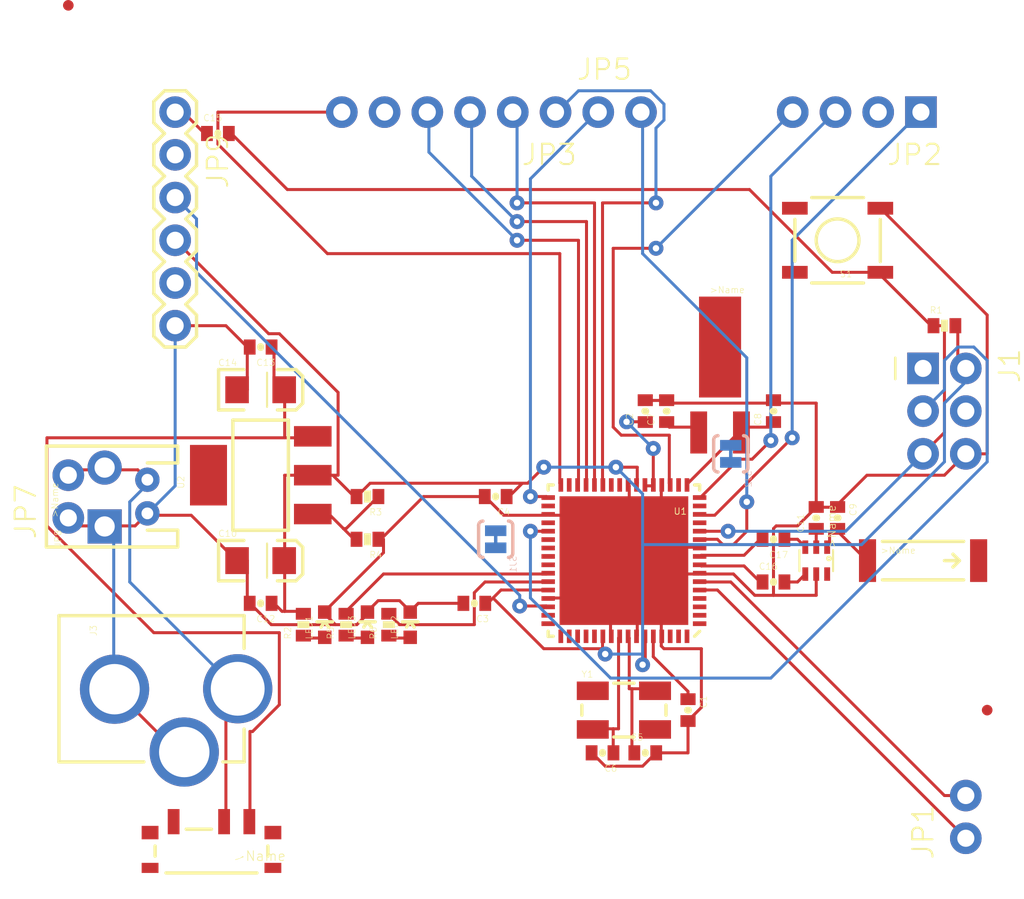
<source format=kicad_pcb>
(kicad_pcb (version 20171130) (host pcbnew "(5.1.2-1)-1")

  (general
    (thickness 1.6)
    (drawings 1)
    (tracks 438)
    (zones 0)
    (modules 48)
    (nets 65)
  )

  (page A4)
  (layers
    (0 Top signal)
    (31 Bottom signal)
    (32 B.Adhes user)
    (33 F.Adhes user)
    (34 B.Paste user)
    (35 F.Paste user)
    (36 B.SilkS user)
    (37 F.SilkS user)
    (38 B.Mask user)
    (39 F.Mask user)
    (40 Dwgs.User user)
    (41 Cmts.User user)
    (42 Eco1.User user)
    (43 Eco2.User user)
    (44 Edge.Cuts user)
    (45 Margin user)
    (46 B.CrtYd user)
    (47 F.CrtYd user)
    (48 B.Fab user)
    (49 F.Fab user)
  )

  (setup
    (last_trace_width 0.25)
    (trace_clearance 0.2)
    (zone_clearance 0.508)
    (zone_45_only no)
    (trace_min 0.1778)
    (via_size 0.8)
    (via_drill 0.4)
    (via_min_size 0.4)
    (via_min_drill 0.3)
    (uvia_size 0.3)
    (uvia_drill 0.1)
    (uvias_allowed no)
    (uvia_min_size 0.2)
    (uvia_min_drill 0.1)
    (edge_width 0.05)
    (segment_width 0.2)
    (pcb_text_width 0.3)
    (pcb_text_size 1.5 1.5)
    (mod_edge_width 0.12)
    (mod_text_size 1 1)
    (mod_text_width 0.15)
    (pad_size 1.524 1.524)
    (pad_drill 0.762)
    (pad_to_mask_clearance 0.051)
    (solder_mask_min_width 0.25)
    (aux_axis_origin 0 0)
    (visible_elements FFFFEF7F)
    (pcbplotparams
      (layerselection 0x010fc_ffffffff)
      (usegerberextensions false)
      (usegerberattributes false)
      (usegerberadvancedattributes false)
      (creategerberjobfile false)
      (excludeedgelayer true)
      (linewidth 0.100000)
      (plotframeref false)
      (viasonmask false)
      (mode 1)
      (useauxorigin false)
      (hpglpennumber 1)
      (hpglpenspeed 20)
      (hpglpendiameter 15.000000)
      (psnegative false)
      (psa4output false)
      (plotreference true)
      (plotvalue true)
      (plotinvisibletext false)
      (padsonsilk false)
      (subtractmaskfromsilk false)
      (outputformat 1)
      (mirror false)
      (drillshape 1)
      (scaleselection 1)
      (outputdirectory ""))
  )

  (net 0 "")
  (net 1 GND)
  (net 2 N$3)
  (net 3 N$4)
  (net 4 DVDD)
  (net 5 AVDD)
  (net 6 N$5)
  (net 7 N$6)
  (net 8 RFN)
  (net 9 RFP)
  (net 10 RFANT)
  (net 11 RESET)
  (net 12 RSTON)
  (net 13 TST)
  (net 14 CLKI)
  (net 15 AREF)
  (net 16 A0)
  (net 17 A1)
  (net 18 A2)
  (net 19 A3)
  (net 20 A4)
  (net 21 A5)
  (net 22 A6)
  (net 23 A7)
  (net 24 PG5)
  (net 25 PG2)
  (net 26 PG1)
  (net 27 PG0)
  (net 28 PE7)
  (net 29 PE6)
  (net 30 PE5)
  (net 31 PE4)
  (net 32 PE3)
  (net 33 PE2)
  (net 34 TX0)
  (net 35 RX0)
  (net 36 PD7)
  (net 37 PD6)
  (net 38 PD5)
  (net 39 PD4)
  (net 40 TX1)
  (net 41 RX1)
  (net 42 SDA)
  (net 43 SCL)
  (net 44 PB7)
  (net 45 PB6)
  (net 46 PB5)
  (net 47 PB4)
  (net 48 S$1)
  (net 49 MISO)
  (net 50 S$2)
  (net 51 MOSI)
  (net 52 SCK)
  (net 53 SSN)
  (net 54 3.3V)
  (net 55 VCC)
  (net 56 DTR)
  (net 57 N$2)
  (net 58 N$7)
  (net 59 FB)
  (net 60 N$10)
  (net 61 N$11)
  (net 62 N$8)
  (net 63 N$13)
  (net 64 N$9)

  (net_class Default "This is the default net class."
    (clearance 0.2)
    (trace_width 0.25)
    (via_dia 0.8)
    (via_drill 0.4)
    (uvia_dia 0.3)
    (uvia_drill 0.1)
    (add_net 3.3V)
    (add_net A0)
    (add_net A1)
    (add_net A2)
    (add_net A3)
    (add_net A4)
    (add_net A5)
    (add_net A6)
    (add_net A7)
    (add_net AREF)
    (add_net AVDD)
    (add_net CLKI)
    (add_net DTR)
    (add_net DVDD)
    (add_net FB)
    (add_net GND)
    (add_net MISO)
    (add_net MOSI)
    (add_net N$10)
    (add_net N$11)
    (add_net N$13)
    (add_net N$2)
    (add_net N$3)
    (add_net N$4)
    (add_net N$5)
    (add_net N$6)
    (add_net N$7)
    (add_net N$8)
    (add_net N$9)
    (add_net PB4)
    (add_net PB5)
    (add_net PB6)
    (add_net PB7)
    (add_net PD4)
    (add_net PD5)
    (add_net PD6)
    (add_net PD7)
    (add_net PE2)
    (add_net PE3)
    (add_net PE4)
    (add_net PE5)
    (add_net PE6)
    (add_net PE7)
    (add_net PG0)
    (add_net PG1)
    (add_net PG2)
    (add_net PG5)
    (add_net RESET)
    (add_net RFANT)
    (add_net RFN)
    (add_net RFP)
    (add_net RSTON)
    (add_net RX0)
    (add_net RX1)
    (add_net S$1)
    (add_net S$2)
    (add_net SCK)
    (add_net SCL)
    (add_net SDA)
    (add_net SSN)
    (add_net TST)
    (add_net TX0)
    (add_net TX1)
    (add_net VCC)
  )

  (module QFN-64 (layer Top) (tedit 0) (tstamp 5D7BFEB7)
    (at 182.7911 85.9536 180)
    (fp_text reference U1 (at -3.766 3.1578) (layer F.SilkS)
      (effects (font (size 0.38608 0.38608) (thickness 0.046329)) (justify right top))
    )
    (fp_text value ATMEGA128RFA1 (at -3.766 3.77) (layer F.Fab)
      (effects (font (size 0.38608 0.38608) (thickness 0.046329)) (justify right top))
    )
    (fp_poly (pts (xy -1 1) (xy 1 1) (xy 1 -1) (xy -1 -1)) (layer F.Paste) (width 0))
    (fp_poly (pts (xy -1 -1.5) (xy 1 -1.5) (xy 1 -3.3) (xy -1 -3.3)) (layer F.Paste) (width 0))
    (fp_poly (pts (xy -1 3.3) (xy 1 3.3) (xy 1 1.5) (xy -1 1.5)) (layer F.Paste) (width 0))
    (fp_poly (pts (xy 1.5 1) (xy 3.3 1) (xy 3.3 -1) (xy 1.5 -1)) (layer F.Paste) (width 0))
    (fp_poly (pts (xy -3.3 1) (xy -1.5 1) (xy -1.5 -1) (xy -3.3 -1)) (layer F.Paste) (width 0))
    (fp_poly (pts (xy 1.5 -1.5) (xy 3.3 -1.5) (xy 3.3 -3.3) (xy 1.5 -3.3)) (layer F.Paste) (width 0))
    (fp_poly (pts (xy 1.5 3.3) (xy 3.3 3.3) (xy 3.3 1.5) (xy 1.5 1.5)) (layer F.Paste) (width 0))
    (fp_poly (pts (xy -3.3 -1.5) (xy -1.5 -1.5) (xy -1.5 -3.3) (xy -3.3 -3.3)) (layer F.Paste) (width 0))
    (fp_poly (pts (xy -3.3 3.3) (xy -1.5 3.3) (xy -1.5 1.5) (xy -3.3 1.5)) (layer F.Paste) (width 0))
    (fp_circle (center -3.442 -3.45) (end -3.242 -3.45) (layer F.Fab) (width 0.09))
    (fp_line (start -4.5 4.5) (end -4.2 4.5) (layer F.SilkS) (width 0.2032))
    (fp_line (start -4.5 4.5) (end -4.5 4.2) (layer F.SilkS) (width 0.2032))
    (fp_line (start 4.5 4.5) (end 4.2 4.5) (layer F.SilkS) (width 0.2032))
    (fp_line (start 4.5 4.5) (end 4.5 4.2) (layer F.SilkS) (width 0.2032))
    (fp_line (start 4.5 -4.5) (end 4.5 -4.2) (layer F.SilkS) (width 0.2032))
    (fp_line (start 4.5 -4.5) (end 4.2 -4.5) (layer F.SilkS) (width 0.2032))
    (fp_line (start -4.5 -4.2) (end -4.2 -4.5) (layer F.SilkS) (width 0.2032))
    (fp_line (start -4.5 -4.5) (end -4.5 4.5) (layer F.Fab) (width 0.09))
    (fp_line (start 4.5 -4.5) (end -4.5 -4.5) (layer F.Fab) (width 0.09))
    (fp_line (start 4.5 4.5) (end 4.5 -4.5) (layer F.Fab) (width 0.09))
    (fp_line (start -4.5 4.5) (end 4.5 4.5) (layer F.Fab) (width 0.09))
    (pad 65 smd rect (at 0 0 180) (size 7.65 7.65) (layers Top F.Mask)
      (net 1 GND) (solder_mask_margin 0.1016))
    (pad 64 smd rect (at -3.75 -4.5 180) (size 0.28 0.8) (layers Top F.Paste F.Mask)
      (net 17 A1) (solder_mask_margin 0.1016))
    (pad 63 smd rect (at -3.25 -4.5 180) (size 0.28 0.8) (layers Top F.Paste F.Mask)
      (net 16 A0) (solder_mask_margin 0.1016))
    (pad 62 smd rect (at -2.75 -4.5 180) (size 0.28 0.8) (layers Top F.Paste F.Mask)
      (net 15 AREF) (solder_mask_margin 0.1016))
    (pad 61 smd rect (at -2.25 -4.5 180) (size 0.28 0.8) (layers Top F.Paste F.Mask)
      (net 1 GND) (solder_mask_margin 0.1016))
    (pad 60 smd rect (at -1.75 -4.5 180) (size 0.28 0.8) (layers Top F.Paste F.Mask)
      (net 5 AVDD) (solder_mask_margin 0.1016))
    (pad 59 smd rect (at -1.25 -4.5 180) (size 0.28 0.8) (layers Top F.Paste F.Mask)
      (net 54 3.3V) (solder_mask_margin 0.1016))
    (pad 58 smd rect (at -0.75 -4.5 180) (size 0.28 0.8) (layers Top F.Paste F.Mask)
      (net 1 GND) (solder_mask_margin 0.1016))
    (pad 57 smd rect (at -0.25 -4.5 180) (size 0.28 0.8) (layers Top F.Paste F.Mask)
      (net 2 N$3) (solder_mask_margin 0.1016))
    (pad 56 smd rect (at 0.25 -4.5 180) (size 0.28 0.8) (layers Top F.Paste F.Mask)
      (net 3 N$4) (solder_mask_margin 0.1016))
    (pad 55 smd rect (at 0.75 -4.5 180) (size 0.28 0.8) (layers Top F.Paste F.Mask)
      (net 1 GND) (solder_mask_margin 0.1016))
    (pad 54 smd rect (at 1.25 -4.5 180) (size 0.28 0.8) (layers Top F.Paste F.Mask)
      (net 54 3.3V) (solder_mask_margin 0.1016))
    (pad 53 smd rect (at 1.75 -4.5 180) (size 0.28 0.8) (layers Top F.Paste F.Mask)
      (net 28 PE7) (solder_mask_margin 0.1016))
    (pad 52 smd rect (at 2.25 -4.5 180) (size 0.28 0.8) (layers Top F.Paste F.Mask)
      (net 29 PE6) (solder_mask_margin 0.1016))
    (pad 51 smd rect (at 2.75 -4.5 180) (size 0.28 0.8) (layers Top F.Paste F.Mask)
      (net 30 PE5) (solder_mask_margin 0.1016))
    (pad 50 smd rect (at 3.25 -4.5 180) (size 0.28 0.8) (layers Top F.Paste F.Mask)
      (net 31 PE4) (solder_mask_margin 0.1016))
    (pad 49 smd rect (at 3.75 -4.5 180) (size 0.28 0.8) (layers Top F.Paste F.Mask)
      (net 32 PE3) (solder_mask_margin 0.1016))
    (pad 48 smd rect (at 4.5 -3.75 270) (size 0.28 0.8) (layers Top F.Paste F.Mask)
      (net 33 PE2) (solder_mask_margin 0.1016))
    (pad 47 smd rect (at 4.5 -3.25 270) (size 0.28 0.8) (layers Top F.Paste F.Mask)
      (net 34 TX0) (solder_mask_margin 0.1016))
    (pad 46 smd rect (at 4.5 -2.75 270) (size 0.28 0.8) (layers Top F.Paste F.Mask)
      (net 35 RX0) (solder_mask_margin 0.1016))
    (pad 45 smd rect (at 4.5 -2.25 270) (size 0.28 0.8) (layers Top F.Paste F.Mask)
      (net 1 GND) (solder_mask_margin 0.1016))
    (pad 44 smd rect (at 4.5 -1.75 270) (size 0.28 0.8) (layers Top F.Paste F.Mask)
      (net 54 3.3V) (solder_mask_margin 0.1016))
    (pad 43 smd rect (at 4.5 -1.25 270) (size 0.28 0.8) (layers Top F.Paste F.Mask)
      (net 44 PB7) (solder_mask_margin 0.1016))
    (pad 42 smd rect (at 4.5 -0.75 270) (size 0.28 0.8) (layers Top F.Paste F.Mask)
      (net 45 PB6) (solder_mask_margin 0.1016))
    (pad 41 smd rect (at 4.5 -0.25 270) (size 0.28 0.8) (layers Top F.Paste F.Mask)
      (net 46 PB5) (solder_mask_margin 0.1016))
    (pad 40 smd rect (at 4.5 0.25 270) (size 0.28 0.8) (layers Top F.Paste F.Mask)
      (net 47 PB4) (solder_mask_margin 0.1016))
    (pad 39 smd rect (at 4.5 0.75 270) (size 0.28 0.8) (layers Top F.Paste F.Mask)
      (net 49 MISO) (solder_mask_margin 0.1016))
    (pad 38 smd rect (at 4.5 1.25 270) (size 0.28 0.8) (layers Top F.Paste F.Mask)
      (net 50 S$2) (solder_mask_margin 0.1016))
    (pad 37 smd rect (at 4.5 1.75 270) (size 0.28 0.8) (layers Top F.Paste F.Mask)
      (net 52 SCK) (solder_mask_margin 0.1016))
    (pad 36 smd rect (at 4.5 2.25 270) (size 0.28 0.8) (layers Top F.Paste F.Mask)
      (net 53 SSN) (solder_mask_margin 0.1016))
    (pad 35 smd rect (at 4.5 2.75 270) (size 0.28 0.8) (layers Top F.Paste F.Mask)
      (net 1 GND) (solder_mask_margin 0.1016))
    (pad 34 smd rect (at 4.5 3.25 270) (size 0.28 0.8) (layers Top F.Paste F.Mask)
      (net 54 3.3V) (solder_mask_margin 0.1016))
    (pad 33 smd rect (at 4.5 3.75 270) (size 0.28 0.8) (layers Top F.Paste F.Mask)
      (net 14 CLKI) (solder_mask_margin 0.1016))
    (pad 32 smd rect (at 3.75 4.5 180) (size 0.28 0.8) (layers Top F.Paste F.Mask)
      (net 36 PD7) (solder_mask_margin 0.1016))
    (pad 31 smd rect (at 3.25 4.5 180) (size 0.28 0.8) (layers Top F.Paste F.Mask)
      (net 37 PD6) (solder_mask_margin 0.1016))
    (pad 30 smd rect (at 2.75 4.5 180) (size 0.28 0.8) (layers Top F.Paste F.Mask)
      (net 38 PD5) (solder_mask_margin 0.1016))
    (pad 29 smd rect (at 2.25 4.5 180) (size 0.28 0.8) (layers Top F.Paste F.Mask)
      (net 39 PD4) (solder_mask_margin 0.1016))
    (pad 11 smd rect (at -4.5 1.25 90) (size 0.28 0.8) (layers Top F.Paste F.Mask)
      (net 13 TST) (solder_mask_margin 0.1016))
    (pad 20 smd rect (at -2.25 4.5) (size 0.28 0.8) (layers Top F.Paste F.Mask)
      (net 1 GND) (solder_mask_margin 0.1016))
    (pad 19 smd rect (at -2.75 4.5) (size 0.28 0.8) (layers Top F.Paste F.Mask)
      (net 24 PG5) (solder_mask_margin 0.1016))
    (pad 12 smd rect (at -4.5 1.75 90) (size 0.28 0.8) (layers Top F.Paste F.Mask)
      (net 11 RESET) (solder_mask_margin 0.1016))
    (pad 13 smd rect (at -4.5 2.25 90) (size 0.28 0.8) (layers Top F.Paste F.Mask)
      (net 12 RSTON) (solder_mask_margin 0.1016))
    (pad 18 smd rect (at -3.25 4.5) (size 0.28 0.8) (layers Top F.Paste F.Mask)
      (net 6 N$5) (solder_mask_margin 0.1016))
    (pad 17 smd rect (at -3.75 4.5) (size 0.28 0.8) (layers Top F.Paste F.Mask)
      (net 7 N$6) (solder_mask_margin 0.1016))
    (pad 14 smd rect (at -4.5 2.75 90) (size 0.28 0.8) (layers Top F.Paste F.Mask)
      (net 27 PG0) (solder_mask_margin 0.1016))
    (pad 15 smd rect (at -4.5 3.25 270) (size 0.28 0.8) (layers Top F.Paste F.Mask)
      (net 26 PG1) (solder_mask_margin 0.1016))
    (pad 16 smd rect (at -4.5 3.75 270) (size 0.28 0.8) (layers Top F.Paste F.Mask)
      (net 25 PG2) (solder_mask_margin 0.1016))
    (pad 1 smd rect (at -4.5 -3.75 90) (size 0.28 0.8) (layers Top F.Paste F.Mask)
      (net 18 A2) (solder_mask_margin 0.1016))
    (pad 10 smd rect (at -4.5 0.75 90) (size 0.28 0.8) (layers Top F.Paste F.Mask)
      (net 1 GND) (solder_mask_margin 0.1016))
    (pad 9 smd rect (at -4.5 0.25 90) (size 0.28 0.8) (layers Top F.Paste F.Mask)
      (net 8 RFN) (solder_mask_margin 0.1016))
    (pad 2 smd rect (at -4.5 -3.25 90) (size 0.28 0.8) (layers Top F.Paste F.Mask)
      (net 19 A3) (solder_mask_margin 0.1016))
    (pad 3 smd rect (at -4.5 -2.75 90) (size 0.28 0.8) (layers Top F.Paste F.Mask)
      (net 20 A4) (solder_mask_margin 0.1016))
    (pad 8 smd rect (at -4.5 -0.25 90) (size 0.28 0.8) (layers Top F.Paste F.Mask)
      (net 9 RFP) (solder_mask_margin 0.1016))
    (pad 7 smd rect (at -4.5 -0.75 90) (size 0.28 0.8) (layers Top F.Paste F.Mask)
      (net 1 GND) (solder_mask_margin 0.1016))
    (pad 4 smd rect (at -4.5 -2.25 90) (size 0.28 0.8) (layers Top F.Paste F.Mask)
      (net 21 A5) (solder_mask_margin 0.1016))
    (pad 5 smd rect (at -4.5 -1.75 90) (size 0.28 0.8) (layers Top F.Paste F.Mask)
      (net 22 A6) (solder_mask_margin 0.1016))
    (pad 6 smd rect (at -4.5 -1.25 90) (size 0.28 0.8) (layers Top F.Paste F.Mask)
      (net 23 A7) (solder_mask_margin 0.1016))
    (pad 21 smd rect (at -1.75 4.5) (size 0.28 0.8) (layers Top F.Paste F.Mask)
      (net 4 DVDD) (solder_mask_margin 0.1016))
    (pad 22 smd rect (at -1.25 4.5) (size 0.28 0.8) (layers Top F.Paste F.Mask)
      (net 4 DVDD) (solder_mask_margin 0.1016))
    (pad 23 smd rect (at -0.75 4.5) (size 0.28 0.8) (layers Top F.Paste F.Mask)
      (net 54 3.3V) (solder_mask_margin 0.1016))
    (pad 28 smd rect (at 1.75 4.5) (size 0.28 0.8) (layers Top F.Paste F.Mask)
      (net 40 TX1) (solder_mask_margin 0.1016))
    (pad 27 smd rect (at 1.25 4.5) (size 0.28 0.8) (layers Top F.Paste F.Mask)
      (net 41 RX1) (solder_mask_margin 0.1016))
    (pad 24 smd rect (at -0.25 4.5) (size 0.28 0.8) (layers Top F.Paste F.Mask)
      (net 1 GND) (solder_mask_margin 0.1016))
    (pad 25 smd rect (at 0.25 4.5) (size 0.28 0.8) (layers Top F.Paste F.Mask)
      (net 43 SCL) (solder_mask_margin 0.1016))
    (pad 26 smd rect (at 0.75 4.5) (size 0.28 0.8) (layers Top F.Paste F.Mask)
      (net 42 SDA) (solder_mask_margin 0.1016))
  )

  (module 0402-CAP (layer Top) (tedit 0) (tstamp 5D7BFF10)
    (at 186.6011 94.8436 270)
    (descr "<b>CAPACITOR</b><p>\nchip")
    (fp_text reference C1 (at -0.889 -0.6985 90) (layer F.SilkS)
      (effects (font (size 0.38608 0.38608) (thickness 0.030886)) (justify right top))
    )
    (fp_text value 1uF (at -1.0795 1.143 90) (layer F.Fab)
      (effects (font (size 0.38608 0.38608) (thickness 0.030886)) (justify right top))
    )
    (fp_poly (pts (xy -0.1999 0.3) (xy 0.1999 0.3) (xy 0.1999 -0.3) (xy -0.1999 -0.3)) (layer F.Adhes) (width 0))
    (fp_poly (pts (xy 0.2588 0.3048) (xy 0.5588 0.3048) (xy 0.5588 -0.2951) (xy 0.2588 -0.2951)) (layer F.Fab) (width 0))
    (fp_poly (pts (xy -0.554 0.3048) (xy -0.254 0.3048) (xy -0.254 -0.2951) (xy -0.554 -0.2951)) (layer F.Fab) (width 0))
    (fp_line (start 0 -0.0305) (end 0 0.0305) (layer F.SilkS) (width 0.4064))
    (fp_line (start -1.473 0.483) (end -1.473 -0.483) (layer Dwgs.User) (width 0.0508))
    (fp_line (start 1.473 0.483) (end -1.473 0.483) (layer Dwgs.User) (width 0.0508))
    (fp_line (start 1.473 -0.483) (end 1.473 0.483) (layer Dwgs.User) (width 0.0508))
    (fp_line (start -1.473 -0.483) (end 1.473 -0.483) (layer Dwgs.User) (width 0.0508))
    (fp_line (start 0.245 0.224) (end -0.245 0.224) (layer F.Fab) (width 0.1524))
    (fp_line (start -0.245 -0.224) (end 0.245 -0.224) (layer F.Fab) (width 0.1524))
    (pad 2 smd rect (at 0.65 0 270) (size 0.7 0.9) (layers Top F.Paste F.Mask)
      (net 1 GND) (solder_mask_margin 0.1016))
    (pad 1 smd rect (at -0.65 0 270) (size 0.7 0.9) (layers Top F.Paste F.Mask)
      (net 5 AVDD) (solder_mask_margin 0.1016))
  )

  (module 0402-CAP (layer Top) (tedit 0) (tstamp 5D7BFF1F)
    (at 184.0611 77.0636 90)
    (descr "<b>CAPACITOR</b><p>\nchip")
    (fp_text reference C2 (at -0.889 -0.6985 90) (layer F.SilkS)
      (effects (font (size 0.38608 0.38608) (thickness 0.030886)) (justify left bottom))
    )
    (fp_text value 1uF (at -1.0795 1.143 90) (layer F.Fab)
      (effects (font (size 0.38608 0.38608) (thickness 0.030886)) (justify left bottom))
    )
    (fp_poly (pts (xy -0.1999 0.3) (xy 0.1999 0.3) (xy 0.1999 -0.3) (xy -0.1999 -0.3)) (layer F.Adhes) (width 0))
    (fp_poly (pts (xy 0.2588 0.3048) (xy 0.5588 0.3048) (xy 0.5588 -0.2951) (xy 0.2588 -0.2951)) (layer F.Fab) (width 0))
    (fp_poly (pts (xy -0.554 0.3048) (xy -0.254 0.3048) (xy -0.254 -0.2951) (xy -0.554 -0.2951)) (layer F.Fab) (width 0))
    (fp_line (start 0 -0.0305) (end 0 0.0305) (layer F.SilkS) (width 0.4064))
    (fp_line (start -1.473 0.483) (end -1.473 -0.483) (layer Dwgs.User) (width 0.0508))
    (fp_line (start 1.473 0.483) (end -1.473 0.483) (layer Dwgs.User) (width 0.0508))
    (fp_line (start 1.473 -0.483) (end 1.473 0.483) (layer Dwgs.User) (width 0.0508))
    (fp_line (start -1.473 -0.483) (end 1.473 -0.483) (layer Dwgs.User) (width 0.0508))
    (fp_line (start 0.245 0.224) (end -0.245 0.224) (layer F.Fab) (width 0.1524))
    (fp_line (start -0.245 -0.224) (end 0.245 -0.224) (layer F.Fab) (width 0.1524))
    (pad 2 smd rect (at 0.65 0 90) (size 0.7 0.9) (layers Top F.Paste F.Mask)
      (net 1 GND) (solder_mask_margin 0.1016))
    (pad 1 smd rect (at -0.65 0 90) (size 0.7 0.9) (layers Top F.Paste F.Mask)
      (net 4 DVDD) (solder_mask_margin 0.1016))
  )

  (module 0402-CAP (layer Top) (tedit 0) (tstamp 5D7BFF2E)
    (at 173.9011 88.4936 180)
    (descr "<b>CAPACITOR</b><p>\nchip")
    (fp_text reference C3 (at -0.889 -0.6985) (layer F.SilkS)
      (effects (font (size 0.38608 0.38608) (thickness 0.030886)) (justify right top))
    )
    (fp_text value 1uF (at -1.0795 1.143) (layer F.Fab)
      (effects (font (size 0.38608 0.38608) (thickness 0.030886)) (justify right top))
    )
    (fp_poly (pts (xy -0.1999 0.3) (xy 0.1999 0.3) (xy 0.1999 -0.3) (xy -0.1999 -0.3)) (layer F.Adhes) (width 0))
    (fp_poly (pts (xy 0.2588 0.3048) (xy 0.5588 0.3048) (xy 0.5588 -0.2951) (xy 0.2588 -0.2951)) (layer F.Fab) (width 0))
    (fp_poly (pts (xy -0.554 0.3048) (xy -0.254 0.3048) (xy -0.254 -0.2951) (xy -0.554 -0.2951)) (layer F.Fab) (width 0))
    (fp_line (start 0 -0.0305) (end 0 0.0305) (layer F.SilkS) (width 0.4064))
    (fp_line (start -1.473 0.483) (end -1.473 -0.483) (layer Dwgs.User) (width 0.0508))
    (fp_line (start 1.473 0.483) (end -1.473 0.483) (layer Dwgs.User) (width 0.0508))
    (fp_line (start 1.473 -0.483) (end 1.473 0.483) (layer Dwgs.User) (width 0.0508))
    (fp_line (start -1.473 -0.483) (end 1.473 -0.483) (layer Dwgs.User) (width 0.0508))
    (fp_line (start 0.245 0.224) (end -0.245 0.224) (layer F.Fab) (width 0.1524))
    (fp_line (start -0.245 -0.224) (end 0.245 -0.224) (layer F.Fab) (width 0.1524))
    (pad 2 smd rect (at 0.65 0 180) (size 0.7 0.9) (layers Top F.Paste F.Mask)
      (net 1 GND) (solder_mask_margin 0.1016))
    (pad 1 smd rect (at -0.65 0 180) (size 0.7 0.9) (layers Top F.Paste F.Mask)
      (net 54 3.3V) (solder_mask_margin 0.1016))
  )

  (module 0402-CAP (layer Top) (tedit 0) (tstamp 5D7BFF3D)
    (at 175.1711 82.1436 180)
    (descr "<b>CAPACITOR</b><p>\nchip")
    (fp_text reference C4 (at -0.889 -0.6985) (layer F.SilkS)
      (effects (font (size 0.38608 0.38608) (thickness 0.030886)) (justify right top))
    )
    (fp_text value 1uF (at -1.0795 1.143) (layer F.Fab)
      (effects (font (size 0.38608 0.38608) (thickness 0.030886)) (justify right top))
    )
    (fp_poly (pts (xy -0.1999 0.3) (xy 0.1999 0.3) (xy 0.1999 -0.3) (xy -0.1999 -0.3)) (layer F.Adhes) (width 0))
    (fp_poly (pts (xy 0.2588 0.3048) (xy 0.5588 0.3048) (xy 0.5588 -0.2951) (xy 0.2588 -0.2951)) (layer F.Fab) (width 0))
    (fp_poly (pts (xy -0.554 0.3048) (xy -0.254 0.3048) (xy -0.254 -0.2951) (xy -0.554 -0.2951)) (layer F.Fab) (width 0))
    (fp_line (start 0 -0.0305) (end 0 0.0305) (layer F.SilkS) (width 0.4064))
    (fp_line (start -1.473 0.483) (end -1.473 -0.483) (layer Dwgs.User) (width 0.0508))
    (fp_line (start 1.473 0.483) (end -1.473 0.483) (layer Dwgs.User) (width 0.0508))
    (fp_line (start 1.473 -0.483) (end 1.473 0.483) (layer Dwgs.User) (width 0.0508))
    (fp_line (start -1.473 -0.483) (end 1.473 -0.483) (layer Dwgs.User) (width 0.0508))
    (fp_line (start 0.245 0.224) (end -0.245 0.224) (layer F.Fab) (width 0.1524))
    (fp_line (start -0.245 -0.224) (end 0.245 -0.224) (layer F.Fab) (width 0.1524))
    (pad 2 smd rect (at 0.65 0 180) (size 0.7 0.9) (layers Top F.Paste F.Mask)
      (net 1 GND) (solder_mask_margin 0.1016))
    (pad 1 smd rect (at -0.65 0 180) (size 0.7 0.9) (layers Top F.Paste F.Mask)
      (net 54 3.3V) (solder_mask_margin 0.1016))
  )

  (module CRYSTAL-SMD-5X3 (layer Top) (tedit 0) (tstamp 5D7BFF4C)
    (at 182.7911 94.8436)
    (fp_text reference Y1 (at -2.54 -1.905) (layer F.SilkS)
      (effects (font (size 0.38608 0.38608) (thickness 0.030886)) (justify left bottom))
    )
    (fp_text value 16MHz (at -2.54 2.54) (layer F.Fab)
      (effects (font (size 0.38608 0.38608) (thickness 0.030886)) (justify left bottom))
    )
    (fp_line (start -2.5 -0.3) (end -2.5 0.3) (layer F.SilkS) (width 0.2032))
    (fp_line (start 0.6 1.6) (end -0.6 1.6) (layer F.SilkS) (width 0.2032))
    (fp_line (start 2.5 -0.3) (end 2.5 0.3) (layer F.SilkS) (width 0.2032))
    (fp_line (start -0.6 -1.6) (end 0.6 -1.6) (layer F.SilkS) (width 0.2032))
    (pad 2 smd rect (at 1.85 1.15) (size 1.9 1.1) (layers Top F.Paste F.Mask)
      (solder_mask_margin 0.1016))
    (pad 4 smd rect (at -1.85 -1.15) (size 1.9 1.1) (layers Top F.Paste F.Mask)
      (solder_mask_margin 0.1016))
    (pad 3 smd rect (at 1.85 -1.15) (size 1.9 1.1) (layers Top F.Paste F.Mask)
      (net 2 N$3) (solder_mask_margin 0.1016))
    (pad 1 smd rect (at -1.85 1.15) (size 1.9 1.1) (layers Top F.Paste F.Mask)
      (net 3 N$4) (solder_mask_margin 0.1016))
  )

  (module 0402-CAP (layer Top) (tedit 0) (tstamp 5D7BFF57)
    (at 184.0611 97.3836)
    (descr "<b>CAPACITOR</b><p>\nchip")
    (fp_text reference C5 (at -0.889 -0.6985) (layer F.SilkS)
      (effects (font (size 0.38608 0.38608) (thickness 0.030886)) (justify left bottom))
    )
    (fp_text value 12pF (at -1.0795 1.143) (layer F.Fab)
      (effects (font (size 0.38608 0.38608) (thickness 0.030886)) (justify left bottom))
    )
    (fp_poly (pts (xy -0.1999 0.3) (xy 0.1999 0.3) (xy 0.1999 -0.3) (xy -0.1999 -0.3)) (layer F.Adhes) (width 0))
    (fp_poly (pts (xy 0.2588 0.3048) (xy 0.5588 0.3048) (xy 0.5588 -0.2951) (xy 0.2588 -0.2951)) (layer F.Fab) (width 0))
    (fp_poly (pts (xy -0.554 0.3048) (xy -0.254 0.3048) (xy -0.254 -0.2951) (xy -0.554 -0.2951)) (layer F.Fab) (width 0))
    (fp_line (start 0 -0.0305) (end 0 0.0305) (layer F.SilkS) (width 0.4064))
    (fp_line (start -1.473 0.483) (end -1.473 -0.483) (layer Dwgs.User) (width 0.0508))
    (fp_line (start 1.473 0.483) (end -1.473 0.483) (layer Dwgs.User) (width 0.0508))
    (fp_line (start 1.473 -0.483) (end 1.473 0.483) (layer Dwgs.User) (width 0.0508))
    (fp_line (start -1.473 -0.483) (end 1.473 -0.483) (layer Dwgs.User) (width 0.0508))
    (fp_line (start 0.245 0.224) (end -0.245 0.224) (layer F.Fab) (width 0.1524))
    (fp_line (start -0.245 -0.224) (end 0.245 -0.224) (layer F.Fab) (width 0.1524))
    (pad 2 smd rect (at 0.65 0) (size 0.7 0.9) (layers Top F.Paste F.Mask)
      (net 1 GND) (solder_mask_margin 0.1016))
    (pad 1 smd rect (at -0.65 0) (size 0.7 0.9) (layers Top F.Paste F.Mask)
      (net 2 N$3) (solder_mask_margin 0.1016))
  )

  (module 0402-CAP (layer Top) (tedit 0) (tstamp 5D7BFF66)
    (at 181.5211 97.3836 180)
    (descr "<b>CAPACITOR</b><p>\nchip")
    (fp_text reference C6 (at -0.889 -0.6985) (layer F.SilkS)
      (effects (font (size 0.38608 0.38608) (thickness 0.030886)) (justify right top))
    )
    (fp_text value 12pF (at -1.0795 1.143) (layer F.Fab)
      (effects (font (size 0.38608 0.38608) (thickness 0.030886)) (justify right top))
    )
    (fp_poly (pts (xy -0.1999 0.3) (xy 0.1999 0.3) (xy 0.1999 -0.3) (xy -0.1999 -0.3)) (layer F.Adhes) (width 0))
    (fp_poly (pts (xy 0.2588 0.3048) (xy 0.5588 0.3048) (xy 0.5588 -0.2951) (xy 0.2588 -0.2951)) (layer F.Fab) (width 0))
    (fp_poly (pts (xy -0.554 0.3048) (xy -0.254 0.3048) (xy -0.254 -0.2951) (xy -0.554 -0.2951)) (layer F.Fab) (width 0))
    (fp_line (start 0 -0.0305) (end 0 0.0305) (layer F.SilkS) (width 0.4064))
    (fp_line (start -1.473 0.483) (end -1.473 -0.483) (layer Dwgs.User) (width 0.0508))
    (fp_line (start 1.473 0.483) (end -1.473 0.483) (layer Dwgs.User) (width 0.0508))
    (fp_line (start 1.473 -0.483) (end 1.473 0.483) (layer Dwgs.User) (width 0.0508))
    (fp_line (start -1.473 -0.483) (end 1.473 -0.483) (layer Dwgs.User) (width 0.0508))
    (fp_line (start 0.245 0.224) (end -0.245 0.224) (layer F.Fab) (width 0.1524))
    (fp_line (start -0.245 -0.224) (end 0.245 -0.224) (layer F.Fab) (width 0.1524))
    (pad 2 smd rect (at 0.65 0 180) (size 0.7 0.9) (layers Top F.Paste F.Mask)
      (net 1 GND) (solder_mask_margin 0.1016))
    (pad 1 smd rect (at -0.65 0 180) (size 0.7 0.9) (layers Top F.Paste F.Mask)
      (net 3 N$4) (solder_mask_margin 0.1016))
  )

  (module CRYSTAL-32KHZ-SMD (layer Top) (tedit 0) (tstamp 5D7BFF75)
    (at 188.5061 78.3336)
    (fp_text reference Y2 (at 0 0) (layer F.SilkS) hide
      (effects (font (size 0.38608 0.38608) (thickness 0.030886)) (justify left bottom))
    )
    (fp_text value 32.768kHz (at 0 0) (layer F.SilkS) hide
      (effects (font (size 0.38608 0.38608) (thickness 0.030886)) (justify left bottom))
    )
    (fp_text user >Value (at -0.635 1.905) (layer F.Fab)
      (effects (font (size 0.38608 0.38608) (thickness 0.032512)) (justify left bottom))
    )
    (fp_text user >Name (at -0.635 -8.255) (layer F.SilkS)
      (effects (font (size 0.38608 0.38608) (thickness 0.032512)) (justify left bottom))
    )
    (pad SHEILD smd rect (at 0 -5.08) (size 2.5 6) (layers Top F.Paste F.Mask)
      (solder_mask_margin 0.1016))
    (pad X2 smd rect (at 1.27 0) (size 1 2.5) (layers Top F.Paste F.Mask)
      (net 7 N$6) (solder_mask_margin 0.1016))
    (pad X1 smd rect (at -1.27 0) (size 1 2.5) (layers Top F.Paste F.Mask)
      (net 6 N$5) (solder_mask_margin 0.1016))
  )

  (module 0402-CAP (layer Top) (tedit 0) (tstamp 5D7BFF7D)
    (at 185.3311 77.0636 90)
    (descr "<b>CAPACITOR</b><p>\nchip")
    (fp_text reference C7 (at -0.889 -0.6985 90) (layer F.SilkS)
      (effects (font (size 0.38608 0.38608) (thickness 0.030886)) (justify left bottom))
    )
    (fp_text value 12pF (at -1.0795 1.143 90) (layer F.Fab)
      (effects (font (size 0.38608 0.38608) (thickness 0.030886)) (justify left bottom))
    )
    (fp_poly (pts (xy -0.1999 0.3) (xy 0.1999 0.3) (xy 0.1999 -0.3) (xy -0.1999 -0.3)) (layer F.Adhes) (width 0))
    (fp_poly (pts (xy 0.2588 0.3048) (xy 0.5588 0.3048) (xy 0.5588 -0.2951) (xy 0.2588 -0.2951)) (layer F.Fab) (width 0))
    (fp_poly (pts (xy -0.554 0.3048) (xy -0.254 0.3048) (xy -0.254 -0.2951) (xy -0.554 -0.2951)) (layer F.Fab) (width 0))
    (fp_line (start 0 -0.0305) (end 0 0.0305) (layer F.SilkS) (width 0.4064))
    (fp_line (start -1.473 0.483) (end -1.473 -0.483) (layer Dwgs.User) (width 0.0508))
    (fp_line (start 1.473 0.483) (end -1.473 0.483) (layer Dwgs.User) (width 0.0508))
    (fp_line (start 1.473 -0.483) (end 1.473 0.483) (layer Dwgs.User) (width 0.0508))
    (fp_line (start -1.473 -0.483) (end 1.473 -0.483) (layer Dwgs.User) (width 0.0508))
    (fp_line (start 0.245 0.224) (end -0.245 0.224) (layer F.Fab) (width 0.1524))
    (fp_line (start -0.245 -0.224) (end 0.245 -0.224) (layer F.Fab) (width 0.1524))
    (pad 2 smd rect (at 0.65 0 90) (size 0.7 0.9) (layers Top F.Paste F.Mask)
      (net 1 GND) (solder_mask_margin 0.1016))
    (pad 1 smd rect (at -0.65 0 90) (size 0.7 0.9) (layers Top F.Paste F.Mask)
      (net 6 N$5) (solder_mask_margin 0.1016))
  )

  (module 0402-CAP (layer Top) (tedit 0) (tstamp 5D7BFF8C)
    (at 191.6811 77.0636 90)
    (descr "<b>CAPACITOR</b><p>\nchip")
    (fp_text reference C8 (at -0.889 -0.6985 90) (layer F.SilkS)
      (effects (font (size 0.38608 0.38608) (thickness 0.030886)) (justify left bottom))
    )
    (fp_text value 12pF (at -1.0795 1.143 90) (layer F.Fab)
      (effects (font (size 0.38608 0.38608) (thickness 0.030886)) (justify left bottom))
    )
    (fp_poly (pts (xy -0.1999 0.3) (xy 0.1999 0.3) (xy 0.1999 -0.3) (xy -0.1999 -0.3)) (layer F.Adhes) (width 0))
    (fp_poly (pts (xy 0.2588 0.3048) (xy 0.5588 0.3048) (xy 0.5588 -0.2951) (xy 0.2588 -0.2951)) (layer F.Fab) (width 0))
    (fp_poly (pts (xy -0.554 0.3048) (xy -0.254 0.3048) (xy -0.254 -0.2951) (xy -0.554 -0.2951)) (layer F.Fab) (width 0))
    (fp_line (start 0 -0.0305) (end 0 0.0305) (layer F.SilkS) (width 0.4064))
    (fp_line (start -1.473 0.483) (end -1.473 -0.483) (layer Dwgs.User) (width 0.0508))
    (fp_line (start 1.473 0.483) (end -1.473 0.483) (layer Dwgs.User) (width 0.0508))
    (fp_line (start 1.473 -0.483) (end 1.473 0.483) (layer Dwgs.User) (width 0.0508))
    (fp_line (start -1.473 -0.483) (end 1.473 -0.483) (layer Dwgs.User) (width 0.0508))
    (fp_line (start 0.245 0.224) (end -0.245 0.224) (layer F.Fab) (width 0.1524))
    (fp_line (start -0.245 -0.224) (end 0.245 -0.224) (layer F.Fab) (width 0.1524))
    (pad 2 smd rect (at 0.65 0 90) (size 0.7 0.9) (layers Top F.Paste F.Mask)
      (net 1 GND) (solder_mask_margin 0.1016))
    (pad 1 smd rect (at -0.65 0 90) (size 0.7 0.9) (layers Top F.Paste F.Mask)
      (net 7 N$6) (solder_mask_margin 0.1016))
  )

  (module BALUN (layer Top) (tedit 0) (tstamp 5D7BFF9B)
    (at 194.2211 85.9536 180)
    (fp_text reference B1 (at 0 0 90) (layer F.SilkS) hide
      (effects (font (size 0.4826 0.4826) (thickness 0.038608)) (justify right top))
    )
    (fp_text value 748421245 (at 0 0 90) (layer F.SilkS) hide
      (effects (font (size 0.4826 0.4826) (thickness 0.038608)) (justify right top))
    )
    (fp_text user >Value (at 1.6 0.7 270) (layer F.Fab)
      (effects (font (size 0.4826 0.4826) (thickness 0.04064)) (justify left bottom))
    )
    (fp_text user >Name (at -1.2 0.7 270) (layer F.SilkS)
      (effects (font (size 0.4826 0.4826) (thickness 0.04064)) (justify left bottom))
    )
    (fp_circle (center -0.76 0.13) (end -0.7153 0.13) (layer F.SilkS) (width 0.127))
    (fp_line (start 1 -0.625) (end 1 0.625) (layer F.SilkS) (width 0.127))
    (fp_line (start -1 -0.625) (end -1 0.625) (layer F.SilkS) (width 0.127))
    (fp_line (start -1 -0.625) (end -1 0.625) (layer F.Fab) (width 0.127))
    (fp_line (start 1 -0.625) (end -1 -0.625) (layer F.Fab) (width 0.127))
    (fp_line (start 1 0.625) (end 1 -0.625) (layer F.Fab) (width 0.127))
    (fp_line (start -1 0.625) (end 1 0.625) (layer F.Fab) (width 0.127))
    (pad 4 smd rect (at 0.65 -0.8 180) (size 0.35 0.8) (layers Top F.Paste F.Mask)
      (net 60 N$10) (solder_mask_margin 0.1016))
    (pad 5 smd rect (at 0 -0.8 180) (size 0.35 0.8) (layers Top F.Paste F.Mask)
      (net 1 GND) (solder_mask_margin 0.1016))
    (pad 6 smd rect (at -0.65 -0.8 180) (size 0.35 0.8) (layers Top F.Paste F.Mask)
      (solder_mask_margin 0.1016))
    (pad 3 smd rect (at 0.65 0.8 180) (size 0.35 0.8) (layers Top F.Paste F.Mask)
      (net 61 N$11) (solder_mask_margin 0.1016))
    (pad 2 smd rect (at 0 0.8 180) (size 0.35 0.8) (layers Top F.Paste F.Mask)
      (net 58 N$7) (solder_mask_margin 0.1016))
    (pad 1 smd rect (at -0.65 0.8 180) (size 0.35 0.8) (layers Top F.Paste F.Mask)
      (net 10 RFANT) (solder_mask_margin 0.1016))
  )

  (module 0402-CAP (layer Top) (tedit 0) (tstamp 5D7BFFAD)
    (at 194.2211 83.4136 90)
    (descr "<b>CAPACITOR</b><p>\nchip")
    (fp_text reference C11 (at -0.889 -0.6985 90) (layer F.SilkS)
      (effects (font (size 0.38608 0.38608) (thickness 0.030886)) (justify left bottom))
    )
    (fp_text value 22pF (at -1.0795 1.143 90) (layer F.Fab)
      (effects (font (size 0.38608 0.38608) (thickness 0.030886)) (justify left bottom))
    )
    (fp_poly (pts (xy -0.1999 0.3) (xy 0.1999 0.3) (xy 0.1999 -0.3) (xy -0.1999 -0.3)) (layer F.Adhes) (width 0))
    (fp_poly (pts (xy 0.2588 0.3048) (xy 0.5588 0.3048) (xy 0.5588 -0.2951) (xy 0.2588 -0.2951)) (layer F.Fab) (width 0))
    (fp_poly (pts (xy -0.554 0.3048) (xy -0.254 0.3048) (xy -0.254 -0.2951) (xy -0.554 -0.2951)) (layer F.Fab) (width 0))
    (fp_line (start 0 -0.0305) (end 0 0.0305) (layer F.SilkS) (width 0.4064))
    (fp_line (start -1.473 0.483) (end -1.473 -0.483) (layer Dwgs.User) (width 0.0508))
    (fp_line (start 1.473 0.483) (end -1.473 0.483) (layer Dwgs.User) (width 0.0508))
    (fp_line (start 1.473 -0.483) (end 1.473 0.483) (layer Dwgs.User) (width 0.0508))
    (fp_line (start -1.473 -0.483) (end 1.473 -0.483) (layer Dwgs.User) (width 0.0508))
    (fp_line (start 0.245 0.224) (end -0.245 0.224) (layer F.Fab) (width 0.1524))
    (fp_line (start -0.245 -0.224) (end 0.245 -0.224) (layer F.Fab) (width 0.1524))
    (pad 2 smd rect (at 0.65 0 90) (size 0.7 0.9) (layers Top F.Paste F.Mask)
      (net 1 GND) (solder_mask_margin 0.1016))
    (pad 1 smd rect (at -0.65 0 90) (size 0.7 0.9) (layers Top F.Paste F.Mask)
      (net 58 N$7) (solder_mask_margin 0.1016))
  )

  (module 0402-RES (layer Top) (tedit 0) (tstamp 5D7BFFBC)
    (at 201.8411 71.9836)
    (descr "<b>CAPACITOR</b><p>\nchip")
    (fp_text reference R1 (at -0.889 -0.6985) (layer F.SilkS)
      (effects (font (size 0.38608 0.38608) (thickness 0.030886)) (justify left bottom))
    )
    (fp_text value 10k (at -1.0795 1.143) (layer F.Fab)
      (effects (font (size 0.38608 0.38608) (thickness 0.030886)) (justify left bottom))
    )
    (fp_poly (pts (xy -0.2032 0.3556) (xy 0.2032 0.3556) (xy 0.2032 -0.3556) (xy -0.2032 -0.3556)) (layer F.SilkS) (width 0))
    (fp_poly (pts (xy -0.1999 0.3) (xy 0.1999 0.3) (xy 0.1999 -0.3) (xy -0.1999 -0.3)) (layer F.Adhes) (width 0))
    (fp_poly (pts (xy 0.2588 0.3048) (xy 0.5588 0.3048) (xy 0.5588 -0.2951) (xy 0.2588 -0.2951)) (layer F.Fab) (width 0))
    (fp_poly (pts (xy -0.554 0.3048) (xy -0.254 0.3048) (xy -0.254 -0.2951) (xy -0.554 -0.2951)) (layer F.Fab) (width 0))
    (fp_line (start -1.473 0.483) (end -1.473 -0.483) (layer Dwgs.User) (width 0.0508))
    (fp_line (start 1.473 0.483) (end -1.473 0.483) (layer Dwgs.User) (width 0.0508))
    (fp_line (start 1.473 -0.483) (end 1.473 0.483) (layer Dwgs.User) (width 0.0508))
    (fp_line (start -1.473 -0.483) (end 1.473 -0.483) (layer Dwgs.User) (width 0.0508))
    (fp_line (start 0.245 0.224) (end -0.245 0.224) (layer F.Fab) (width 0.1524))
    (fp_line (start -0.245 -0.224) (end 0.245 -0.224) (layer F.Fab) (width 0.1524))
    (pad 2 smd rect (at 0.65 0) (size 0.7 0.9) (layers Top F.Paste F.Mask)
      (net 54 3.3V) (solder_mask_margin 0.1016))
    (pad 1 smd rect (at -0.65 0) (size 0.7 0.9) (layers Top F.Paste F.Mask)
      (net 11 RESET) (solder_mask_margin 0.1016))
  )

  (module 2X3-NS (layer Top) (tedit 0) (tstamp 5D7BFFCB)
    (at 201.8411 77.0636 270)
    (fp_text reference J1 (at -3.81 -3.175 90) (layer F.SilkS)
      (effects (font (size 1.2065 1.2065) (thickness 0.12065)) (justify right top))
    )
    (fp_text value ISP (at -3.81 4.445 90) (layer F.Fab)
      (effects (font (size 1.2065 1.2065) (thickness 0.09652)) (justify right top))
    )
    (fp_poly (pts (xy 2.286 1.524) (xy 2.794 1.524) (xy 2.794 1.016) (xy 2.286 1.016)) (layer F.Fab) (width 0))
    (fp_poly (pts (xy 2.286 -1.016) (xy 2.794 -1.016) (xy 2.794 -1.524) (xy 2.286 -1.524)) (layer F.Fab) (width 0))
    (fp_poly (pts (xy -0.254 1.524) (xy 0.254 1.524) (xy 0.254 1.016) (xy -0.254 1.016)) (layer F.Fab) (width 0))
    (fp_poly (pts (xy -0.254 -1.016) (xy 0.254 -1.016) (xy 0.254 -1.524) (xy -0.254 -1.524)) (layer F.Fab) (width 0))
    (fp_poly (pts (xy -2.794 -1.016) (xy -2.286 -1.016) (xy -2.286 -1.524) (xy -2.794 -1.524)) (layer F.Fab) (width 0))
    (fp_poly (pts (xy -2.794 1.524) (xy -2.286 1.524) (xy -2.286 1.016) (xy -2.794 1.016)) (layer F.Fab) (width 0))
    (fp_line (start -1.905 2.875) (end -3.175 2.875) (layer F.Fab) (width 0.2032))
    (fp_line (start -3.175 2.54) (end -1.905 2.54) (layer F.Fab) (width 0.2032))
    (fp_line (start -0.635 2.54) (end 0.635 2.54) (layer F.Fab) (width 0.2032))
    (fp_line (start 1.905 2.54) (end 3.175 2.54) (layer F.Fab) (width 0.2032))
    (fp_line (start 3.81 -1.905) (end 3.81 1.905) (layer F.Fab) (width 0.2032))
    (fp_line (start 1.27 -1.905) (end 1.27 1.905) (layer F.Fab) (width 0.2032))
    (fp_line (start -1.27 -1.905) (end -1.27 1.905) (layer F.Fab) (width 0.2032))
    (fp_line (start 3.175 -2.54) (end 3.81 -1.905) (layer F.Fab) (width 0.2032))
    (fp_line (start 1.905 -2.54) (end 3.175 -2.54) (layer F.Fab) (width 0.2032))
    (fp_line (start 1.27 -1.905) (end 1.905 -2.54) (layer F.Fab) (width 0.2032))
    (fp_line (start 0.635 -2.54) (end 1.27 -1.905) (layer F.Fab) (width 0.2032))
    (fp_line (start -0.635 -2.54) (end 0.635 -2.54) (layer F.Fab) (width 0.2032))
    (fp_line (start -1.27 -1.905) (end -0.635 -2.54) (layer F.Fab) (width 0.2032))
    (fp_line (start -1.905 -2.54) (end -1.27 -1.905) (layer F.Fab) (width 0.2032))
    (fp_line (start -3.175 -2.54) (end -1.905 -2.54) (layer F.Fab) (width 0.2032))
    (fp_line (start -3.81 -1.905) (end -3.175 -2.54) (layer F.Fab) (width 0.2032))
    (fp_line (start -3.81 1.905) (end -3.81 -1.905) (layer F.Fab) (width 0.2032))
    (fp_line (start 3.175 2.54) (end 3.81 1.905) (layer F.Fab) (width 0.2032))
    (fp_line (start 1.27 1.905) (end 1.905 2.54) (layer F.Fab) (width 0.2032))
    (fp_line (start 0.635 2.54) (end 1.27 1.905) (layer F.Fab) (width 0.2032))
    (fp_line (start -1.27 1.905) (end -0.635 2.54) (layer F.Fab) (width 0.2032))
    (fp_line (start -1.905 2.54) (end -1.27 1.905) (layer F.Fab) (width 0.2032))
    (fp_line (start -3.81 1.905) (end -3.175 2.54) (layer F.Fab) (width 0.2032))
    (pad 6 thru_hole circle (at 2.54 -1.27 270) (size 1.8796 1.8796) (drill 1.016) (layers *.Cu *.Mask)
      (net 1 GND) (solder_mask_margin 0.1016))
    (pad 5 thru_hole circle (at 2.54 1.27 270) (size 1.8796 1.8796) (drill 1.016) (layers *.Cu *.Mask)
      (net 11 RESET) (solder_mask_margin 0.1016))
    (pad 4 thru_hole circle (at 0 -1.27 270) (size 1.8796 1.8796) (drill 1.016) (layers *.Cu *.Mask)
      (net 51 MOSI) (solder_mask_margin 0.1016))
    (pad 3 thru_hole circle (at 0 1.27 270) (size 1.8796 1.8796) (drill 1.016) (layers *.Cu *.Mask)
      (net 52 SCK) (solder_mask_margin 0.1016))
    (pad 2 thru_hole circle (at -2.54 -1.27 270) (size 1.8796 1.8796) (drill 1.016) (layers *.Cu *.Mask)
      (net 54 3.3V) (solder_mask_margin 0.1016))
    (pad 1 thru_hole rect (at -2.54 1.27 270) (size 1.8796 1.8796) (drill 1.016) (layers *.Cu *.Mask)
      (net 48 S$1) (solder_mask_margin 0.1016))
  )

  (module TACTILE_SWITCH_SMD (layer Top) (tedit 0) (tstamp 5D7BFFF1)
    (at 195.4911 66.9036 180)
    (fp_text reference S1 (at -0.889 -1.778) (layer F.SilkS)
      (effects (font (size 0.38608 0.38608) (thickness 0.030886)) (justify right top))
    )
    (fp_text value "" (at 0 0) (layer F.SilkS) hide
      (effects (font (size 0.38608 0.38608) (thickness 0.030886)) (justify right top))
    )
    (fp_text user >Value (at -0.889 2.032 180) (layer F.Fab)
      (effects (font (size 0.38608 0.38608) (thickness 0.032512)) (justify left bottom))
    )
    (fp_circle (center 0 0) (end 1.27 0) (layer F.SilkS) (width 0.2032))
    (fp_line (start 1.905 0.23) (end 1.905 1.115) (layer F.Fab) (width 0.127))
    (fp_line (start 1.905 -0.445) (end 2.16 0.01) (layer F.Fab) (width 0.127))
    (fp_line (start 1.905 -1.27) (end 1.905 -0.445) (layer F.Fab) (width 0.127))
    (fp_line (start 1.54 2.54) (end -1.54 2.54) (layer F.SilkS) (width 0.2032))
    (fp_line (start 2.54 1.54) (end 1.54 2.54) (layer F.Fab) (width 0.2032))
    (fp_line (start 2.54 -1.24) (end 2.54 1.24) (layer F.SilkS) (width 0.2032))
    (fp_line (start 1.54 -2.54) (end 2.54 -1.54) (layer F.Fab) (width 0.2032))
    (fp_line (start -1.54 -2.54) (end 1.54 -2.54) (layer F.SilkS) (width 0.2032))
    (fp_line (start -2.54 -1.54) (end -1.54 -2.54) (layer F.Fab) (width 0.2032))
    (fp_line (start -2.54 1.24) (end -2.54 -1.27) (layer F.SilkS) (width 0.2032))
    (fp_line (start -1.54 2.54) (end -2.54 1.54) (layer F.Fab) (width 0.2032))
    (pad 4 smd rect (at 2.54 1.905 270) (size 0.762 1.524) (layers Top F.Paste F.Mask)
      (solder_mask_margin 0.1016))
    (pad 3 smd rect (at -2.54 1.905 270) (size 0.762 1.524) (layers Top F.Paste F.Mask)
      (net 1 GND) (solder_mask_margin 0.1016))
    (pad 2 smd rect (at 2.54 -1.905 270) (size 0.762 1.524) (layers Top F.Paste F.Mask)
      (solder_mask_margin 0.1016))
    (pad 1 smd rect (at -2.54 -1.905 270) (size 0.762 1.524) (layers Top F.Paste F.Mask)
      (net 11 RESET) (solder_mask_margin 0.1016))
  )

  (module 1X02_NO_SILK (layer Top) (tedit 0) (tstamp 5D7C0005)
    (at 203.1111 102.4636 90)
    (fp_text reference JP1 (at -1.3462 -1.8288 90) (layer F.SilkS)
      (effects (font (size 1.2065 1.2065) (thickness 0.12065)) (justify left bottom))
    )
    (fp_text value "" (at -1.27 3.175 90) (layer F.Fab)
      (effects (font (size 1.2065 1.2065) (thickness 0.09652)) (justify left bottom))
    )
    (fp_poly (pts (xy -0.254 0.254) (xy 0.254 0.254) (xy 0.254 -0.254) (xy -0.254 -0.254)) (layer F.Fab) (width 0))
    (fp_poly (pts (xy 2.286 0.254) (xy 2.794 0.254) (xy 2.794 -0.254) (xy 2.286 -0.254)) (layer F.Fab) (width 0))
    (pad 2 thru_hole circle (at 2.54 0 180) (size 1.8796 1.8796) (drill 1.016) (layers *.Cu *.Mask)
      (net 23 A7) (solder_mask_margin 0.1016))
    (pad 1 thru_hole circle (at 0 0 180) (size 1.8796 1.8796) (drill 1.016) (layers *.Cu *.Mask)
      (net 22 A6) (solder_mask_margin 0.1016))
  )

  (module 1X04_NO_SILK (layer Top) (tedit 0) (tstamp 5D7C000C)
    (at 200.4441 59.2836 180)
    (fp_text reference JP2 (at -1.3462 -1.8288) (layer F.SilkS)
      (effects (font (size 1.2065 1.2065) (thickness 0.12065)) (justify right top))
    )
    (fp_text value "" (at -1.27 3.175) (layer F.Fab)
      (effects (font (size 1.2065 1.2065) (thickness 0.09652)) (justify right top))
    )
    (fp_poly (pts (xy -0.254 0.254) (xy 0.254 0.254) (xy 0.254 -0.254) (xy -0.254 -0.254)) (layer F.Fab) (width 0))
    (fp_poly (pts (xy 2.286 0.254) (xy 2.794 0.254) (xy 2.794 -0.254) (xy 2.286 -0.254)) (layer F.Fab) (width 0))
    (fp_poly (pts (xy 4.826 0.254) (xy 5.334 0.254) (xy 5.334 -0.254) (xy 4.826 -0.254)) (layer F.Fab) (width 0))
    (fp_poly (pts (xy 7.366 0.254) (xy 7.874 0.254) (xy 7.874 -0.254) (xy 7.366 -0.254)) (layer F.Fab) (width 0))
    (pad 4 thru_hole circle (at 7.62 0 270) (size 1.8796 1.8796) (drill 1.016) (layers *.Cu *.Mask)
      (net 24 PG5) (solder_mask_margin 0.1016))
    (pad 3 thru_hole circle (at 5.08 0 270) (size 1.8796 1.8796) (drill 1.016) (layers *.Cu *.Mask)
      (net 25 PG2) (solder_mask_margin 0.1016))
    (pad 2 thru_hole circle (at 2.54 0 270) (size 1.8796 1.8796) (drill 1.016) (layers *.Cu *.Mask)
      (net 26 PG1) (solder_mask_margin 0.1016))
    (pad 1 thru_hole rect (at 0 0 270) (size 1.8796 1.8796) (drill 1.016) (layers *.Cu *.Mask)
      (net 27 PG0) (solder_mask_margin 0.1016))
  )

  (module 1X06_NS (layer Top) (tedit 0) (tstamp 5D7C0017)
    (at 178.7271 59.2836 180)
    (fp_text reference JP3 (at -1.3462 -1.8288) (layer F.SilkS)
      (effects (font (size 1.2065 1.2065) (thickness 0.12065)) (justify right top))
    )
    (fp_text value "" (at -1.27 3.175) (layer F.Fab)
      (effects (font (size 1.2065 1.2065) (thickness 0.09652)) (justify right top))
    )
    (fp_poly (pts (xy -0.254 0.254) (xy 0.254 0.254) (xy 0.254 -0.254) (xy -0.254 -0.254)) (layer F.Fab) (width 0))
    (fp_poly (pts (xy 2.286 0.254) (xy 2.794 0.254) (xy 2.794 -0.254) (xy 2.286 -0.254)) (layer F.Fab) (width 0))
    (fp_poly (pts (xy 4.826 0.254) (xy 5.334 0.254) (xy 5.334 -0.254) (xy 4.826 -0.254)) (layer F.Fab) (width 0))
    (fp_poly (pts (xy 7.366 0.254) (xy 7.874 0.254) (xy 7.874 -0.254) (xy 7.366 -0.254)) (layer F.Fab) (width 0))
    (fp_poly (pts (xy 9.906 0.254) (xy 10.414 0.254) (xy 10.414 -0.254) (xy 9.906 -0.254)) (layer F.Fab) (width 0))
    (fp_poly (pts (xy 12.446 0.254) (xy 12.954 0.254) (xy 12.954 -0.254) (xy 12.446 -0.254)) (layer F.Fab) (width 0))
    (pad 6 thru_hole circle (at 12.7 0 270) (size 1.8796 1.8796) (drill 1.016) (layers *.Cu *.Mask)
      (net 36 PD7) (solder_mask_margin 0.1016))
    (pad 5 thru_hole circle (at 10.16 0 270) (size 1.8796 1.8796) (drill 1.016) (layers *.Cu *.Mask)
      (net 37 PD6) (solder_mask_margin 0.1016))
    (pad 4 thru_hole circle (at 7.62 0 270) (size 1.8796 1.8796) (drill 1.016) (layers *.Cu *.Mask)
      (net 38 PD5) (solder_mask_margin 0.1016))
    (pad 3 thru_hole circle (at 5.08 0 270) (size 1.8796 1.8796) (drill 1.016) (layers *.Cu *.Mask)
      (net 39 PD4) (solder_mask_margin 0.1016))
    (pad 2 thru_hole circle (at 2.54 0 270) (size 1.8796 1.8796) (drill 1.016) (layers *.Cu *.Mask)
      (net 40 TX1) (solder_mask_margin 0.1016))
    (pad 1 thru_hole circle (at 0 0 270) (size 1.8796 1.8796) (drill 1.016) (layers *.Cu *.Mask)
      (net 41 RX1) (solder_mask_margin 0.1016))
  )

  (module SJ_2S-TRACE (layer Bottom) (tedit 0) (tstamp 5D7C0026)
    (at 175.1711 84.6836 90)
    (descr "Solder jumper, small, shorted with trace. No paste layer. Trace is cuttable.")
    (fp_text reference SJ1 (at -0.9525 1.27 90) (layer B.SilkS)
      (effects (font (size 0.38608 0.38608) (thickness 0.030886)) (justify left bottom mirror))
    )
    (fp_text value "" (at -0.9525 -1.651 90) (layer B.Fab)
      (effects (font (size 0.38608 0.38608) (thickness 0.030886)) (justify left bottom mirror))
    )
    (fp_line (start -0.381 0) (end 0.381 0) (layer Bottom) (width 0.2032))
    (fp_line (start -0.8255 1.016) (end 0.8255 1.016) (layer B.SilkS) (width 0.2032))
    (fp_arc (start 0.8255 -0.762) (end 0.8255 -1.016) (angle 90) (layer B.SilkS) (width 0.2032))
    (fp_arc (start -0.8255 -0.762) (end -1.0795 -0.762) (angle 90) (layer B.SilkS) (width 0.2032))
    (fp_arc (start -0.8255 0.762) (end -1.0795 0.762) (angle -90) (layer B.SilkS) (width 0.2032))
    (fp_arc (start 0.8255 0.762) (end 0.8255 1.016) (angle -90) (layer B.SilkS) (width 0.2032))
    (fp_line (start 0.8255 -1.016) (end -0.8255 -1.016) (layer B.SilkS) (width 0.2032))
    (pad 2 smd rect (at 0.508 0 90) (size 0.635 1.27) (layers Bottom B.Mask)
      (net 14 CLKI) (solder_mask_margin 0.1016))
    (pad 1 smd rect (at -0.508 0 90) (size 0.635 1.27) (layers Bottom B.Mask)
      (net 1 GND) (solder_mask_margin 0.1016))
  )

  (module SJ_2S-TRACE (layer Bottom) (tedit 0) (tstamp 5D7C0032)
    (at 189.1411 79.6036 90)
    (descr "Solder jumper, small, shorted with trace. No paste layer. Trace is cuttable.")
    (fp_text reference SJ2 (at -0.9525 1.27 90) (layer B.SilkS)
      (effects (font (size 0.38608 0.38608) (thickness 0.030886)) (justify left bottom mirror))
    )
    (fp_text value "" (at -0.9525 -1.651 90) (layer B.Fab)
      (effects (font (size 0.38608 0.38608) (thickness 0.030886)) (justify left bottom mirror))
    )
    (fp_line (start -0.381 0) (end 0.381 0) (layer Bottom) (width 0.2032))
    (fp_line (start -0.8255 1.016) (end 0.8255 1.016) (layer B.SilkS) (width 0.2032))
    (fp_arc (start 0.8255 -0.762) (end 0.8255 -1.016) (angle 90) (layer B.SilkS) (width 0.2032))
    (fp_arc (start -0.8255 -0.762) (end -1.0795 -0.762) (angle 90) (layer B.SilkS) (width 0.2032))
    (fp_arc (start -0.8255 0.762) (end -1.0795 0.762) (angle -90) (layer B.SilkS) (width 0.2032))
    (fp_arc (start 0.8255 0.762) (end 0.8255 1.016) (angle -90) (layer B.SilkS) (width 0.2032))
    (fp_line (start 0.8255 -1.016) (end -0.8255 -1.016) (layer B.SilkS) (width 0.2032))
    (pad 2 smd rect (at 0.508 0 90) (size 0.635 1.27) (layers Bottom B.Mask)
      (net 13 TST) (solder_mask_margin 0.1016))
    (pad 1 smd rect (at -0.508 0 90) (size 0.635 1.27) (layers Bottom B.Mask)
      (net 1 GND) (solder_mask_margin 0.1016))
  )

  (module 1X02_NO_SILK (layer Top) (tedit 0) (tstamp 5D7C003E)
    (at 181.2671 59.2836)
    (fp_text reference JP5 (at -1.3462 -1.8288) (layer F.SilkS)
      (effects (font (size 1.2065 1.2065) (thickness 0.12065)) (justify left bottom))
    )
    (fp_text value "" (at -1.27 3.175) (layer F.Fab)
      (effects (font (size 1.2065 1.2065) (thickness 0.09652)) (justify left bottom))
    )
    (fp_poly (pts (xy -0.254 0.254) (xy 0.254 0.254) (xy 0.254 -0.254) (xy -0.254 -0.254)) (layer F.Fab) (width 0))
    (fp_poly (pts (xy 2.286 0.254) (xy 2.794 0.254) (xy 2.794 -0.254) (xy 2.286 -0.254)) (layer F.Fab) (width 0))
    (pad 2 thru_hole circle (at 2.54 0 90) (size 1.8796 1.8796) (drill 1.016) (layers *.Cu *.Mask)
      (net 13 TST) (solder_mask_margin 0.1016))
    (pad 1 thru_hole circle (at 0 0 90) (size 1.8796 1.8796) (drill 1.016) (layers *.Cu *.Mask)
      (net 14 CLKI) (solder_mask_margin 0.1016))
  )

  (module 0402-CAP (layer Top) (tedit 0) (tstamp 5D7C0045)
    (at 161.2011 88.4936 180)
    (descr "<b>CAPACITOR</b><p>\nchip")
    (fp_text reference C12 (at -0.889 -0.6985) (layer F.SilkS)
      (effects (font (size 0.38608 0.38608) (thickness 0.030886)) (justify right top))
    )
    (fp_text value 1uF (at -1.0795 1.143) (layer F.Fab)
      (effects (font (size 0.38608 0.38608) (thickness 0.030886)) (justify right top))
    )
    (fp_poly (pts (xy -0.1999 0.3) (xy 0.1999 0.3) (xy 0.1999 -0.3) (xy -0.1999 -0.3)) (layer F.Adhes) (width 0))
    (fp_poly (pts (xy 0.2588 0.3048) (xy 0.5588 0.3048) (xy 0.5588 -0.2951) (xy 0.2588 -0.2951)) (layer F.Fab) (width 0))
    (fp_poly (pts (xy -0.554 0.3048) (xy -0.254 0.3048) (xy -0.254 -0.2951) (xy -0.554 -0.2951)) (layer F.Fab) (width 0))
    (fp_line (start 0 -0.0305) (end 0 0.0305) (layer F.SilkS) (width 0.4064))
    (fp_line (start -1.473 0.483) (end -1.473 -0.483) (layer Dwgs.User) (width 0.0508))
    (fp_line (start 1.473 0.483) (end -1.473 0.483) (layer Dwgs.User) (width 0.0508))
    (fp_line (start 1.473 -0.483) (end 1.473 0.483) (layer Dwgs.User) (width 0.0508))
    (fp_line (start -1.473 -0.483) (end 1.473 -0.483) (layer Dwgs.User) (width 0.0508))
    (fp_line (start 0.245 0.224) (end -0.245 0.224) (layer F.Fab) (width 0.1524))
    (fp_line (start -0.245 -0.224) (end 0.245 -0.224) (layer F.Fab) (width 0.1524))
    (pad 2 smd rect (at 0.65 0 180) (size 0.7 0.9) (layers Top F.Paste F.Mask)
      (net 1 GND) (solder_mask_margin 0.1016))
    (pad 1 smd rect (at -0.65 0 180) (size 0.7 0.9) (layers Top F.Paste F.Mask)
      (net 54 3.3V) (solder_mask_margin 0.1016))
  )

  (module 0402-CAP (layer Top) (tedit 0) (tstamp 5D7C0054)
    (at 161.2011 73.2536 180)
    (descr "<b>CAPACITOR</b><p>\nchip")
    (fp_text reference C13 (at -0.889 -0.6985) (layer F.SilkS)
      (effects (font (size 0.38608 0.38608) (thickness 0.030886)) (justify right top))
    )
    (fp_text value 0.1uF (at -1.0795 1.143) (layer F.Fab)
      (effects (font (size 0.38608 0.38608) (thickness 0.030886)) (justify right top))
    )
    (fp_poly (pts (xy -0.1999 0.3) (xy 0.1999 0.3) (xy 0.1999 -0.3) (xy -0.1999 -0.3)) (layer F.Adhes) (width 0))
    (fp_poly (pts (xy 0.2588 0.3048) (xy 0.5588 0.3048) (xy 0.5588 -0.2951) (xy 0.2588 -0.2951)) (layer F.Fab) (width 0))
    (fp_poly (pts (xy -0.554 0.3048) (xy -0.254 0.3048) (xy -0.254 -0.2951) (xy -0.554 -0.2951)) (layer F.Fab) (width 0))
    (fp_line (start 0 -0.0305) (end 0 0.0305) (layer F.SilkS) (width 0.4064))
    (fp_line (start -1.473 0.483) (end -1.473 -0.483) (layer Dwgs.User) (width 0.0508))
    (fp_line (start 1.473 0.483) (end -1.473 0.483) (layer Dwgs.User) (width 0.0508))
    (fp_line (start 1.473 -0.483) (end 1.473 0.483) (layer Dwgs.User) (width 0.0508))
    (fp_line (start -1.473 -0.483) (end 1.473 -0.483) (layer Dwgs.User) (width 0.0508))
    (fp_line (start 0.245 0.224) (end -0.245 0.224) (layer F.Fab) (width 0.1524))
    (fp_line (start -0.245 -0.224) (end 0.245 -0.224) (layer F.Fab) (width 0.1524))
    (pad 2 smd rect (at 0.65 0 180) (size 0.7 0.9) (layers Top F.Paste F.Mask)
      (net 1 GND) (solder_mask_margin 0.1016))
    (pad 1 smd rect (at -0.65 0 180) (size 0.7 0.9) (layers Top F.Paste F.Mask)
      (net 55 VCC) (solder_mask_margin 0.1016))
  )

  (module EIA3216 (layer Top) (tedit 0) (tstamp 5D7C0063)
    (at 161.2011 75.7936)
    (fp_text reference C14 (at -2.54 -1.381) (layer F.SilkS)
      (effects (font (size 0.38608 0.38608) (thickness 0.030886)) (justify left bottom))
    )
    (fp_text value 10uF (at 0.408 -1.332) (layer F.Fab)
      (effects (font (size 0.38608 0.38608) (thickness 0.030886)) (justify left bottom))
    )
    (fp_line (start 0.381 -1.016) (end 0.381 1.016) (layer F.SilkS) (width 0.127))
    (fp_line (start 2.1 -1.2) (end 1 -1.2) (layer F.SilkS) (width 0.2032))
    (fp_line (start 2.5 -0.8) (end 2.1 -1.2) (layer F.SilkS) (width 0.2032))
    (fp_line (start 2.5 0.8) (end 2.5 -0.8) (layer F.SilkS) (width 0.2032))
    (fp_line (start 2.1 1.2) (end 2.5 0.8) (layer F.SilkS) (width 0.2032))
    (fp_line (start 1 1.2) (end 2.1 1.2) (layer F.SilkS) (width 0.2032))
    (fp_line (start -2.5 -1.2) (end -1 -1.2) (layer F.SilkS) (width 0.2032))
    (fp_line (start -2.5 1.2) (end -2.5 -1.2) (layer F.SilkS) (width 0.2032))
    (fp_line (start -1 1.2) (end -2.5 1.2) (layer F.SilkS) (width 0.2032))
    (pad A smd rect (at 1.4 0 90) (size 1.6 1.4) (layers Top F.Paste F.Mask)
      (net 55 VCC) (solder_mask_margin 0.1016))
    (pad C smd rect (at -1.4 0 90) (size 1.6 1.4) (layers Top F.Paste F.Mask)
      (net 1 GND) (solder_mask_margin 0.1016))
  )

  (module POWER_JACK_PTH_LOCK (layer Top) (tedit 0) (tstamp 5D7C0071)
    (at 145.9611 93.5736 270)
    (fp_text reference J3 (at -3.81 -5.08 90) (layer F.SilkS)
      (effects (font (size 0.38608 0.38608) (thickness 0.030886)) (justify right top))
    )
    (fp_text value POWER_JACKPTH_LOCK (at -3.81 -3.81 90) (layer F.Fab)
      (effects (font (size 0.38608 0.38608) (thickness 0.030886)) (justify right top))
    )
    (fp_poly (pts (xy 4.7498 -11.9126) (xy 4.4704 -11.9126) (xy 4.4704 -9.4742) (xy 4.7498 -9.4742)) (layer F.Fab) (width 0))
    (fp_poly (pts (xy 1.2192 -7.3914) (xy 1.2192 -7.6708) (xy -1.2192 -7.6708) (xy -1.2192 -7.3914)) (layer F.Fab) (width 0))
    (fp_poly (pts (xy 1.4732 -13.4112) (xy 1.4732 -13.8684) (xy -1.4478 -13.8684) (xy -1.4478 -13.4112)) (layer F.Fab) (width 0))
    (fp_line (start -4.3476 -3.254) (end 4.3476 -3.254) (layer F.SilkS) (width 0.2032))
    (fp_line (start -4.3476 -14.2588) (end -2.4 -14.2588) (layer F.SilkS) (width 0.2032))
    (fp_line (start -4.3476 -3.254) (end -4.3476 -14.2588) (layer F.SilkS) (width 0.2032))
    (fp_line (start 4.3476 -14.2588) (end 4.3476 -13) (layer F.SilkS) (width 0.2032))
    (fp_line (start 4.3476 -3.254) (end 4.3476 -8.3) (layer F.SilkS) (width 0.2032))
    (fp_line (start 4.3476 -0.1) (end -4.3476 -0.1) (layer F.Fab) (width 0.2032))
    (fp_line (start 4.3476 -0.1) (end 4.3476 -3.2794) (layer F.Fab) (width 0.2032))
    (fp_line (start -4.3476 -3.2794) (end -4.3476 -0.1) (layer F.Fab) (width 0.2032))
    (fp_line (start 4.3476 -14.2588) (end 2.4 -14.2588) (layer F.SilkS) (width 0.2032))
    (pad GNDBREAK thru_hole circle (at 3.7616 -10.7) (size 4.1148 4.1148) (drill 2.9972) (layers *.Cu *.Mask)
      (net 1 GND) (solder_mask_margin 0.1016))
    (pad GND thru_hole circle (at 0.0254 -6.557 270) (size 4.1148 4.1148) (drill 2.9972) (layers *.Cu *.Mask)
      (net 1 GND) (solder_mask_margin 0.1016))
    (pad PWR thru_hole circle (at 0 -13.8778 270) (size 4.1148 4.1148) (drill 3.2) (layers *.Cu *.Mask)
      (net 64 N$9) (solder_mask_margin 0.1016))
  )

  (module JST-2-PTH (layer Top) (tedit 0) (tstamp 5D7C0083)
    (at 154.4701 82.1436 90)
    (fp_text reference JP6 (at 0 0 90) (layer F.SilkS) hide
      (effects (font (size 0.38608 0.38608) (thickness 0.030886)) (justify left bottom))
    )
    (fp_text value "" (at 0 0 90) (layer F.SilkS) hide
      (effects (font (size 0.38608 0.38608) (thickness 0.030886)) (justify left bottom))
    )
    (fp_text user - (at -1.4 -0.7 90) (layer F.Fab)
      (effects (font (size 1.2065 1.2065) (thickness 0.1016)) (justify left bottom))
    )
    (fp_text user + (at 0.6 -0.7 90) (layer F.Fab)
      (effects (font (size 1.2065 1.2065) (thickness 0.1016)) (justify left bottom))
    )
    (fp_text user >Value (at -1.27 -4 90) (layer F.Fab)
      (effects (font (size 0.38608 0.38608) (thickness 0.032512)) (justify left bottom))
    )
    (fp_text user >Name (at -1.27 -5.27 90) (layer F.SilkS)
      (effects (font (size 0.38608 0.38608) (thickness 0.032512)) (justify left bottom))
    )
    (fp_line (start 2 1.8) (end 2 0) (layer F.SilkS) (width 0.2032))
    (fp_line (start 3 1.8) (end 2 1.8) (layer F.SilkS) (width 0.2032))
    (fp_line (start 3 -6) (end 3 1.8) (layer F.SilkS) (width 0.2032))
    (fp_line (start -3 -6) (end 3 -6) (layer F.SilkS) (width 0.2032))
    (fp_line (start -3 1.8) (end -3 -6) (layer F.SilkS) (width 0.2032))
    (fp_line (start -2 1.8) (end -3 1.8) (layer F.SilkS) (width 0.2032))
    (fp_line (start -2 0) (end -2 1.8) (layer F.SilkS) (width 0.2032))
    (pad 2 thru_hole circle (at 1 0 90) (size 1.4478 1.4478) (drill 0.7) (layers *.Cu *.Mask)
      (net 64 N$9) (solder_mask_margin 0.1016))
    (pad 1 thru_hole circle (at -1 0 90) (size 1.4478 1.4478) (drill 0.7) (layers *.Cu *.Mask)
      (net 1 GND) (solder_mask_margin 0.1016))
  )

  (module 1X02_NO_SILK (layer Top) (tedit 0) (tstamp 5D7C0093)
    (at 149.7711 83.4136 90)
    (fp_text reference JP7 (at -1.3462 -1.8288 90) (layer F.SilkS)
      (effects (font (size 1.2065 1.2065) (thickness 0.12065)) (justify left bottom))
    )
    (fp_text value "" (at -1.27 3.175 90) (layer F.Fab)
      (effects (font (size 1.2065 1.2065) (thickness 0.09652)) (justify left bottom))
    )
    (fp_poly (pts (xy -0.254 0.254) (xy 0.254 0.254) (xy 0.254 -0.254) (xy -0.254 -0.254)) (layer F.Fab) (width 0))
    (fp_poly (pts (xy 2.286 0.254) (xy 2.794 0.254) (xy 2.794 -0.254) (xy 2.286 -0.254)) (layer F.Fab) (width 0))
    (pad 2 thru_hole circle (at 2.54 0 180) (size 1.8796 1.8796) (drill 1.016) (layers *.Cu *.Mask)
      (net 64 N$9) (solder_mask_margin 0.1016))
    (pad 1 thru_hole circle (at 0 0 180) (size 1.8796 1.8796) (drill 1.016) (layers *.Cu *.Mask)
      (net 1 GND) (solder_mask_margin 0.1016))
  )

  (module SCREWTERMINAL-3.5MM-2-NS (layer Top) (tedit 0) (tstamp 5D7C009A)
    (at 151.9301 83.9216 90)
    (fp_text reference JP8 (at -1.27 -2.54 90) (layer F.SilkS)
      (effects (font (size 0.38608 0.38608) (thickness 0.030886)) (justify left bottom))
    )
    (fp_text value "" (at -1.27 -1.27 90) (layer F.Fab)
      (effects (font (size 0.38608 0.38608) (thickness 0.030886)) (justify left bottom))
    )
    (fp_circle (center 2 -3) (end 2.2828 -3) (layer F.Fab) (width 0.127))
    (fp_line (start 5.65 -2.15) (end 5.25 -2.15) (layer F.Fab) (width 0.2032))
    (fp_line (start 5.65 -3.15) (end 5.65 -2.15) (layer F.Fab) (width 0.2032))
    (fp_line (start 5.25 -3.15) (end 5.65 -3.15) (layer F.Fab) (width 0.2032))
    (fp_line (start -2.15 2.35) (end -1.75 2.35) (layer F.Fab) (width 0.2032))
    (fp_line (start -2.15 1.35) (end -2.15 2.35) (layer F.Fab) (width 0.2032))
    (fp_line (start -1.75 1.35) (end -2.15 1.35) (layer F.Fab) (width 0.2032))
    (fp_line (start 5.25 2.8) (end -1.75 2.8) (layer F.Fab) (width 0.2032))
    (fp_line (start -1.75 2.8) (end -1.75 -3.4) (layer F.Fab) (width 0.2032))
    (fp_line (start -1.75 3.6) (end -1.75 2.8) (layer F.Fab) (width 0.2032))
    (fp_line (start 5.25 3.6) (end -1.75 3.6) (layer F.Fab) (width 0.2032))
    (fp_line (start 5.25 2.8) (end 5.25 3.6) (layer F.Fab) (width 0.2032))
    (fp_line (start 5.25 -3.4) (end 5.25 2.8) (layer F.Fab) (width 0.2032))
    (fp_line (start -1.75 -3.4) (end 5.25 -3.4) (layer F.Fab) (width 0.2032))
    (pad 2 thru_hole circle (at 3.5 0 90) (size 2.032 2.032) (drill 1.2) (layers *.Cu *.Mask)
      (net 64 N$9) (solder_mask_margin 0.1016))
    (pad 1 thru_hole rect (at 0 0 90) (size 2.032 2.032) (drill 1.2) (layers *.Cu *.Mask)
      (net 1 GND) (solder_mask_margin 0.1016))
  )

  (module FTDI_BASIC (layer Top) (tedit 0) (tstamp 5D7C00AD)
    (at 156.1211 59.2836 270)
    (fp_text reference JP9 (at 1.1938 -1.8288 90) (layer F.SilkS)
      (effects (font (size 1.2065 1.2065) (thickness 0.12065)) (justify right top))
    )
    (fp_text value FTDI (at 1.27 3.175 90) (layer F.Fab)
      (effects (font (size 1.2065 1.2065) (thickness 0.09652)) (justify right top))
    )
    (fp_poly (pts (xy -0.254 0.254) (xy 0.254 0.254) (xy 0.254 -0.254) (xy -0.254 -0.254)) (layer F.Fab) (width 0))
    (fp_poly (pts (xy 2.286 0.254) (xy 2.794 0.254) (xy 2.794 -0.254) (xy 2.286 -0.254)) (layer F.Fab) (width 0))
    (fp_poly (pts (xy 4.826 0.254) (xy 5.334 0.254) (xy 5.334 -0.254) (xy 4.826 -0.254)) (layer F.Fab) (width 0))
    (fp_poly (pts (xy 7.366 0.254) (xy 7.874 0.254) (xy 7.874 -0.254) (xy 7.366 -0.254)) (layer F.Fab) (width 0))
    (fp_poly (pts (xy 9.906 0.254) (xy 10.414 0.254) (xy 10.414 -0.254) (xy 9.906 -0.254)) (layer F.Fab) (width 0))
    (fp_poly (pts (xy 12.446 0.254) (xy 12.954 0.254) (xy 12.954 -0.254) (xy 12.446 -0.254)) (layer F.Fab) (width 0))
    (fp_text user BLK (at 13.335 -1.905) (layer F.Fab)
      (effects (font (size 1.2065 1.2065) (thickness 0.1016)) (justify left bottom))
    )
    (fp_text user GRN (at 0.635 -1.905) (layer F.Fab)
      (effects (font (size 1.2065 1.2065) (thickness 0.1016)) (justify left bottom))
    )
    (fp_line (start 13.97 -0.635) (end 13.97 0.635) (layer F.SilkS) (width 0.2032))
    (fp_line (start 0.635 1.27) (end -0.635 1.27) (layer F.SilkS) (width 0.2032))
    (fp_line (start -1.27 0.635) (end -0.635 1.27) (layer F.SilkS) (width 0.2032))
    (fp_line (start -0.635 -1.27) (end -1.27 -0.635) (layer F.SilkS) (width 0.2032))
    (fp_line (start -1.27 -0.635) (end -1.27 0.635) (layer F.SilkS) (width 0.2032))
    (fp_line (start 1.905 1.27) (end 1.27 0.635) (layer F.SilkS) (width 0.2032))
    (fp_line (start 3.175 1.27) (end 1.905 1.27) (layer F.SilkS) (width 0.2032))
    (fp_line (start 3.81 0.635) (end 3.175 1.27) (layer F.SilkS) (width 0.2032))
    (fp_line (start 3.175 -1.27) (end 3.81 -0.635) (layer F.SilkS) (width 0.2032))
    (fp_line (start 1.905 -1.27) (end 3.175 -1.27) (layer F.SilkS) (width 0.2032))
    (fp_line (start 1.27 -0.635) (end 1.905 -1.27) (layer F.SilkS) (width 0.2032))
    (fp_line (start 1.27 0.635) (end 0.635 1.27) (layer F.SilkS) (width 0.2032))
    (fp_line (start 0.635 -1.27) (end 1.27 -0.635) (layer F.SilkS) (width 0.2032))
    (fp_line (start -0.635 -1.27) (end 0.635 -1.27) (layer F.SilkS) (width 0.2032))
    (fp_line (start 8.255 1.27) (end 6.985 1.27) (layer F.SilkS) (width 0.2032))
    (fp_line (start 6.35 0.635) (end 6.985 1.27) (layer F.SilkS) (width 0.2032))
    (fp_line (start 6.985 -1.27) (end 6.35 -0.635) (layer F.SilkS) (width 0.2032))
    (fp_line (start 4.445 1.27) (end 3.81 0.635) (layer F.SilkS) (width 0.2032))
    (fp_line (start 5.715 1.27) (end 4.445 1.27) (layer F.SilkS) (width 0.2032))
    (fp_line (start 6.35 0.635) (end 5.715 1.27) (layer F.SilkS) (width 0.2032))
    (fp_line (start 5.715 -1.27) (end 6.35 -0.635) (layer F.SilkS) (width 0.2032))
    (fp_line (start 4.445 -1.27) (end 5.715 -1.27) (layer F.SilkS) (width 0.2032))
    (fp_line (start 3.81 -0.635) (end 4.445 -1.27) (layer F.SilkS) (width 0.2032))
    (fp_line (start 9.525 1.27) (end 8.89 0.635) (layer F.SilkS) (width 0.2032))
    (fp_line (start 10.795 1.27) (end 9.525 1.27) (layer F.SilkS) (width 0.2032))
    (fp_line (start 11.43 0.635) (end 10.795 1.27) (layer F.SilkS) (width 0.2032))
    (fp_line (start 10.795 -1.27) (end 11.43 -0.635) (layer F.SilkS) (width 0.2032))
    (fp_line (start 9.525 -1.27) (end 10.795 -1.27) (layer F.SilkS) (width 0.2032))
    (fp_line (start 8.89 -0.635) (end 9.525 -1.27) (layer F.SilkS) (width 0.2032))
    (fp_line (start 8.89 0.635) (end 8.255 1.27) (layer F.SilkS) (width 0.2032))
    (fp_line (start 8.255 -1.27) (end 8.89 -0.635) (layer F.SilkS) (width 0.2032))
    (fp_line (start 6.985 -1.27) (end 8.255 -1.27) (layer F.SilkS) (width 0.2032))
    (fp_line (start 12.065 1.27) (end 11.43 0.635) (layer F.SilkS) (width 0.2032))
    (fp_line (start 13.335 1.27) (end 12.065 1.27) (layer F.SilkS) (width 0.2032))
    (fp_line (start 13.97 0.635) (end 13.335 1.27) (layer F.SilkS) (width 0.2032))
    (fp_line (start 13.335 -1.27) (end 13.97 -0.635) (layer F.SilkS) (width 0.2032))
    (fp_line (start 12.065 -1.27) (end 13.335 -1.27) (layer F.SilkS) (width 0.2032))
    (fp_line (start 11.43 -0.635) (end 12.065 -1.27) (layer F.SilkS) (width 0.2032))
    (pad GND thru_hole circle (at 12.7 0) (size 1.8796 1.8796) (drill 1.016) (layers *.Cu *.Mask)
      (net 1 GND) (solder_mask_margin 0.1016))
    (pad CTS thru_hole circle (at 10.16 0) (size 1.8796 1.8796) (drill 1.016) (layers *.Cu *.Mask)
      (solder_mask_margin 0.1016))
    (pad VCC thru_hole circle (at 7.62 0) (size 1.8796 1.8796) (drill 1.016) (layers *.Cu *.Mask)
      (net 54 3.3V) (solder_mask_margin 0.1016))
    (pad TXO thru_hole circle (at 5.08 0) (size 1.8796 1.8796) (drill 1.016) (layers *.Cu *.Mask)
      (net 35 RX0) (solder_mask_margin 0.1016))
    (pad RXI thru_hole circle (at 2.54 0) (size 1.8796 1.8796) (drill 1.016) (layers *.Cu *.Mask)
      (net 34 TX0) (solder_mask_margin 0.1016))
    (pad DTR thru_hole circle (at 0 0) (size 1.8796 1.8796) (drill 1.016) (layers *.Cu *.Mask)
      (net 56 DTR) (solder_mask_margin 0.1016))
  )

  (module 0402-CAP (layer Top) (tedit 0) (tstamp 5D7C00E4)
    (at 158.6611 60.5536)
    (descr "<b>CAPACITOR</b><p>\nchip")
    (fp_text reference C15 (at -0.889 -0.6985) (layer F.SilkS)
      (effects (font (size 0.38608 0.38608) (thickness 0.030886)) (justify left bottom))
    )
    (fp_text value 0.1uF (at -1.0795 1.143) (layer F.Fab)
      (effects (font (size 0.38608 0.38608) (thickness 0.030886)) (justify left bottom))
    )
    (fp_poly (pts (xy -0.1999 0.3) (xy 0.1999 0.3) (xy 0.1999 -0.3) (xy -0.1999 -0.3)) (layer F.Adhes) (width 0))
    (fp_poly (pts (xy 0.2588 0.3048) (xy 0.5588 0.3048) (xy 0.5588 -0.2951) (xy 0.2588 -0.2951)) (layer F.Fab) (width 0))
    (fp_poly (pts (xy -0.554 0.3048) (xy -0.254 0.3048) (xy -0.254 -0.2951) (xy -0.554 -0.2951)) (layer F.Fab) (width 0))
    (fp_line (start 0 -0.0305) (end 0 0.0305) (layer F.SilkS) (width 0.4064))
    (fp_line (start -1.473 0.483) (end -1.473 -0.483) (layer Dwgs.User) (width 0.0508))
    (fp_line (start 1.473 0.483) (end -1.473 0.483) (layer Dwgs.User) (width 0.0508))
    (fp_line (start 1.473 -0.483) (end 1.473 0.483) (layer Dwgs.User) (width 0.0508))
    (fp_line (start -1.473 -0.483) (end 1.473 -0.483) (layer Dwgs.User) (width 0.0508))
    (fp_line (start 0.245 0.224) (end -0.245 0.224) (layer F.Fab) (width 0.1524))
    (fp_line (start -0.245 -0.224) (end 0.245 -0.224) (layer F.Fab) (width 0.1524))
    (pad 2 smd rect (at 0.65 0) (size 0.7 0.9) (layers Top F.Paste F.Mask)
      (net 11 RESET) (solder_mask_margin 0.1016))
    (pad 1 smd rect (at -0.65 0) (size 0.7 0.9) (layers Top F.Paste F.Mask)
      (net 56 DTR) (solder_mask_margin 0.1016))
  )

  (module LED-0603 (layer Top) (tedit 0) (tstamp 5D7C00F3)
    (at 165.0111 89.7636)
    (fp_text reference LED1 (at -0.6985 0.889 90) (layer F.SilkS)
      (effects (font (size 0.38608 0.38608) (thickness 0.030886)) (justify left bottom))
    )
    (fp_text value RED (at 1.0795 1.016 90) (layer F.Fab)
      (effects (font (size 0.38608 0.38608) (thickness 0.030886)) (justify left bottom))
    )
    (fp_line (start -0.0254 -0.1546) (end -0.2184 0.14) (layer F.SilkS) (width 0.2032))
    (fp_line (start 0 -0.17) (end 0.2338 0.14) (layer F.SilkS) (width 0.2032))
    (fp_line (start -0.46 -0.17) (end 0 -0.17) (layer F.SilkS) (width 0.2032))
    (fp_line (start 0.46 -0.17) (end 0 -0.17) (layer F.SilkS) (width 0.2032))
    (pad A smd rect (at 0 0.75) (size 0.8 0.8) (layers Top F.Paste F.Mask)
      (net 57 N$2) (solder_mask_margin 0.1016))
    (pad C smd rect (at 0 -0.75) (size 0.8 0.8) (layers Top F.Paste F.Mask)
      (net 1 GND) (solder_mask_margin 0.1016))
  )

  (module 0402-RES (layer Top) (tedit 0) (tstamp 5D7C00FC)
    (at 163.7411 89.7636 90)
    (descr "<b>CAPACITOR</b><p>\nchip")
    (fp_text reference R2 (at -0.889 -0.6985 90) (layer F.SilkS)
      (effects (font (size 0.38608 0.38608) (thickness 0.030886)) (justify left bottom))
    )
    (fp_text value 1k (at -1.0795 1.143 90) (layer F.Fab)
      (effects (font (size 0.38608 0.38608) (thickness 0.030886)) (justify left bottom))
    )
    (fp_poly (pts (xy -0.2032 0.3556) (xy 0.2032 0.3556) (xy 0.2032 -0.3556) (xy -0.2032 -0.3556)) (layer F.SilkS) (width 0))
    (fp_poly (pts (xy -0.1999 0.3) (xy 0.1999 0.3) (xy 0.1999 -0.3) (xy -0.1999 -0.3)) (layer F.Adhes) (width 0))
    (fp_poly (pts (xy 0.2588 0.3048) (xy 0.5588 0.3048) (xy 0.5588 -0.2951) (xy 0.2588 -0.2951)) (layer F.Fab) (width 0))
    (fp_poly (pts (xy -0.554 0.3048) (xy -0.254 0.3048) (xy -0.254 -0.2951) (xy -0.554 -0.2951)) (layer F.Fab) (width 0))
    (fp_line (start -1.473 0.483) (end -1.473 -0.483) (layer Dwgs.User) (width 0.0508))
    (fp_line (start 1.473 0.483) (end -1.473 0.483) (layer Dwgs.User) (width 0.0508))
    (fp_line (start 1.473 -0.483) (end 1.473 0.483) (layer Dwgs.User) (width 0.0508))
    (fp_line (start -1.473 -0.483) (end 1.473 -0.483) (layer Dwgs.User) (width 0.0508))
    (fp_line (start 0.245 0.224) (end -0.245 0.224) (layer F.Fab) (width 0.1524))
    (fp_line (start -0.245 -0.224) (end 0.245 -0.224) (layer F.Fab) (width 0.1524))
    (pad 2 smd rect (at 0.65 0 90) (size 0.7 0.9) (layers Top F.Paste F.Mask)
      (net 54 3.3V) (solder_mask_margin 0.1016))
    (pad 1 smd rect (at -0.65 0 90) (size 0.7 0.9) (layers Top F.Paste F.Mask)
      (net 57 N$2) (solder_mask_margin 0.1016))
  )

  (module LED-0603 (layer Top) (tedit 0) (tstamp 5D7C010B)
    (at 170.0911 89.7636)
    (fp_text reference LED2 (at -0.6985 0.889 90) (layer F.SilkS)
      (effects (font (size 0.38608 0.38608) (thickness 0.030886)) (justify left bottom))
    )
    (fp_text value GREEN (at 1.0795 1.016 90) (layer F.Fab)
      (effects (font (size 0.38608 0.38608) (thickness 0.030886)) (justify left bottom))
    )
    (fp_line (start -0.0254 -0.1546) (end -0.2184 0.14) (layer F.SilkS) (width 0.2032))
    (fp_line (start 0 -0.17) (end 0.2338 0.14) (layer F.SilkS) (width 0.2032))
    (fp_line (start -0.46 -0.17) (end 0 -0.17) (layer F.SilkS) (width 0.2032))
    (fp_line (start 0.46 -0.17) (end 0 -0.17) (layer F.SilkS) (width 0.2032))
    (pad A smd rect (at 0 0.75) (size 0.8 0.8) (layers Top F.Paste F.Mask)
      (net 63 N$13) (solder_mask_margin 0.1016))
    (pad C smd rect (at 0 -0.75) (size 0.8 0.8) (layers Top F.Paste F.Mask)
      (net 1 GND) (solder_mask_margin 0.1016))
  )

  (module 0402-CAP (layer Top) (tedit 0) (tstamp 5D7C0114)
    (at 195.4911 83.4136 270)
    (descr "<b>CAPACITOR</b><p>\nchip")
    (fp_text reference C9 (at -0.889 -0.6985 90) (layer F.SilkS)
      (effects (font (size 0.38608 0.38608) (thickness 0.030886)) (justify right top))
    )
    (fp_text value 0.75pF (at -1.0795 1.143 90) (layer F.Fab)
      (effects (font (size 0.38608 0.38608) (thickness 0.030886)) (justify right top))
    )
    (fp_poly (pts (xy -0.1999 0.3) (xy 0.1999 0.3) (xy 0.1999 -0.3) (xy -0.1999 -0.3)) (layer F.Adhes) (width 0))
    (fp_poly (pts (xy 0.2588 0.3048) (xy 0.5588 0.3048) (xy 0.5588 -0.2951) (xy 0.2588 -0.2951)) (layer F.Fab) (width 0))
    (fp_poly (pts (xy -0.554 0.3048) (xy -0.254 0.3048) (xy -0.254 -0.2951) (xy -0.554 -0.2951)) (layer F.Fab) (width 0))
    (fp_line (start 0 -0.0305) (end 0 0.0305) (layer F.SilkS) (width 0.4064))
    (fp_line (start -1.473 0.483) (end -1.473 -0.483) (layer Dwgs.User) (width 0.0508))
    (fp_line (start 1.473 0.483) (end -1.473 0.483) (layer Dwgs.User) (width 0.0508))
    (fp_line (start 1.473 -0.483) (end 1.473 0.483) (layer Dwgs.User) (width 0.0508))
    (fp_line (start -1.473 -0.483) (end 1.473 -0.483) (layer Dwgs.User) (width 0.0508))
    (fp_line (start 0.245 0.224) (end -0.245 0.224) (layer F.Fab) (width 0.1524))
    (fp_line (start -0.245 -0.224) (end 0.245 -0.224) (layer F.Fab) (width 0.1524))
    (pad 2 smd rect (at 0.65 0 270) (size 0.7 0.9) (layers Top F.Paste F.Mask)
      (net 10 RFANT) (solder_mask_margin 0.1016))
    (pad 1 smd rect (at -0.65 0 270) (size 0.7 0.9) (layers Top F.Paste F.Mask)
      (net 1 GND) (solder_mask_margin 0.1016))
  )

  (module SOT223 (layer Top) (tedit 0) (tstamp 5D7C0123)
    (at 161.2011 80.8736 90)
    (descr <b>SOT-223</b>)
    (fp_text reference U2 (at -0.8255 -4.5085 90) (layer F.SilkS)
      (effects (font (size 0.38608 0.38608) (thickness 0.030886)) (justify left bottom))
    )
    (fp_text value LM1117 (at -1.0795 0.1905 90) (layer F.Fab)
      (effects (font (size 0.38608 0.38608) (thickness 0.030886)) (justify left bottom))
    )
    (fp_poly (pts (xy 1.8796 3.6576) (xy 2.7432 3.6576) (xy 2.7432 1.8034) (xy 1.8796 1.8034)) (layer F.Fab) (width 0))
    (fp_poly (pts (xy -2.7432 3.6576) (xy -1.8796 3.6576) (xy -1.8796 1.8034) (xy -2.7432 1.8034)) (layer F.Fab) (width 0))
    (fp_poly (pts (xy -0.4318 3.6576) (xy 0.4318 3.6576) (xy 0.4318 1.8034) (xy -0.4318 1.8034)) (layer F.Fab) (width 0))
    (fp_poly (pts (xy -1.6002 -1.8034) (xy 1.6002 -1.8034) (xy 1.6002 -3.6576) (xy -1.6002 -3.6576)) (layer F.Fab) (width 0))
    (fp_poly (pts (xy 1.8796 3.6576) (xy 2.7432 3.6576) (xy 2.7432 1.8034) (xy 1.8796 1.8034)) (layer F.Fab) (width 0))
    (fp_poly (pts (xy -2.7432 3.6576) (xy -1.8796 3.6576) (xy -1.8796 1.8034) (xy -2.7432 1.8034)) (layer F.Fab) (width 0))
    (fp_poly (pts (xy -0.4318 3.6576) (xy 0.4318 3.6576) (xy 0.4318 1.8034) (xy -0.4318 1.8034)) (layer F.Fab) (width 0))
    (fp_poly (pts (xy -1.6002 -1.8034) (xy 1.6002 -1.8034) (xy 1.6002 -3.6576) (xy -1.6002 -3.6576)) (layer F.Fab) (width 0))
    (fp_line (start -3.2766 -1.651) (end 3.2766 -1.651) (layer F.SilkS) (width 0.2032))
    (fp_line (start -3.2766 1.651) (end -3.2766 -1.651) (layer F.SilkS) (width 0.2032))
    (fp_line (start 3.2766 1.651) (end -3.2766 1.651) (layer F.SilkS) (width 0.2032))
    (fp_line (start 3.2766 -1.651) (end 3.2766 1.651) (layer F.SilkS) (width 0.2032))
    (pad 4 smd rect (at 0 -3.099 90) (size 3.6 2.2) (layers Top F.Paste F.Mask)
      (solder_mask_margin 0.1016))
    (pad 3 smd rect (at 2.3114 3.0988 90) (size 1.2192 2.2352) (layers Top F.Paste F.Mask)
      (net 55 VCC) (solder_mask_margin 0.1016))
    (pad 2 smd rect (at 0 3.0988 90) (size 1.2192 2.2352) (layers Top F.Paste F.Mask)
      (net 54 3.3V) (solder_mask_margin 0.1016))
    (pad 1 smd rect (at -2.3114 3.0988 90) (size 1.2192 2.2352) (layers Top F.Paste F.Mask)
      (net 59 FB) (solder_mask_margin 0.1016))
  )

  (module 0402-RES (layer Top) (tedit 0) (tstamp 5D7C0136)
    (at 167.5511 82.1436 180)
    (descr "<b>CAPACITOR</b><p>\nchip")
    (fp_text reference R3 (at -0.889 -0.6985) (layer F.SilkS)
      (effects (font (size 0.38608 0.38608) (thickness 0.030886)) (justify right top))
    )
    (fp_text value 240 (at -1.0795 1.143) (layer F.Fab)
      (effects (font (size 0.38608 0.38608) (thickness 0.030886)) (justify right top))
    )
    (fp_poly (pts (xy -0.2032 0.3556) (xy 0.2032 0.3556) (xy 0.2032 -0.3556) (xy -0.2032 -0.3556)) (layer F.SilkS) (width 0))
    (fp_poly (pts (xy -0.1999 0.3) (xy 0.1999 0.3) (xy 0.1999 -0.3) (xy -0.1999 -0.3)) (layer F.Adhes) (width 0))
    (fp_poly (pts (xy 0.2588 0.3048) (xy 0.5588 0.3048) (xy 0.5588 -0.2951) (xy 0.2588 -0.2951)) (layer F.Fab) (width 0))
    (fp_poly (pts (xy -0.554 0.3048) (xy -0.254 0.3048) (xy -0.254 -0.2951) (xy -0.554 -0.2951)) (layer F.Fab) (width 0))
    (fp_line (start -1.473 0.483) (end -1.473 -0.483) (layer Dwgs.User) (width 0.0508))
    (fp_line (start 1.473 0.483) (end -1.473 0.483) (layer Dwgs.User) (width 0.0508))
    (fp_line (start 1.473 -0.483) (end 1.473 0.483) (layer Dwgs.User) (width 0.0508))
    (fp_line (start -1.473 -0.483) (end 1.473 -0.483) (layer Dwgs.User) (width 0.0508))
    (fp_line (start 0.245 0.224) (end -0.245 0.224) (layer F.Fab) (width 0.1524))
    (fp_line (start -0.245 -0.224) (end 0.245 -0.224) (layer F.Fab) (width 0.1524))
    (pad 2 smd rect (at 0.65 0 180) (size 0.7 0.9) (layers Top F.Paste F.Mask)
      (net 54 3.3V) (solder_mask_margin 0.1016))
    (pad 1 smd rect (at -0.65 0 180) (size 0.7 0.9) (layers Top F.Paste F.Mask)
      (net 59 FB) (solder_mask_margin 0.1016))
  )

  (module 0402-RES (layer Top) (tedit 0) (tstamp 5D7C0145)
    (at 167.5511 84.6836 180)
    (descr "<b>CAPACITOR</b><p>\nchip")
    (fp_text reference R4 (at -0.889 -0.6985) (layer F.SilkS)
      (effects (font (size 0.38608 0.38608) (thickness 0.030886)) (justify right top))
    )
    (fp_text value 390 (at -1.0795 1.143) (layer F.Fab)
      (effects (font (size 0.38608 0.38608) (thickness 0.030886)) (justify right top))
    )
    (fp_poly (pts (xy -0.2032 0.3556) (xy 0.2032 0.3556) (xy 0.2032 -0.3556) (xy -0.2032 -0.3556)) (layer F.SilkS) (width 0))
    (fp_poly (pts (xy -0.1999 0.3) (xy 0.1999 0.3) (xy 0.1999 -0.3) (xy -0.1999 -0.3)) (layer F.Adhes) (width 0))
    (fp_poly (pts (xy 0.2588 0.3048) (xy 0.5588 0.3048) (xy 0.5588 -0.2951) (xy 0.2588 -0.2951)) (layer F.Fab) (width 0))
    (fp_poly (pts (xy -0.554 0.3048) (xy -0.254 0.3048) (xy -0.254 -0.2951) (xy -0.554 -0.2951)) (layer F.Fab) (width 0))
    (fp_line (start -1.473 0.483) (end -1.473 -0.483) (layer Dwgs.User) (width 0.0508))
    (fp_line (start 1.473 0.483) (end -1.473 0.483) (layer Dwgs.User) (width 0.0508))
    (fp_line (start 1.473 -0.483) (end 1.473 0.483) (layer Dwgs.User) (width 0.0508))
    (fp_line (start -1.473 -0.483) (end 1.473 -0.483) (layer Dwgs.User) (width 0.0508))
    (fp_line (start 0.245 0.224) (end -0.245 0.224) (layer F.Fab) (width 0.1524))
    (fp_line (start -0.245 -0.224) (end 0.245 -0.224) (layer F.Fab) (width 0.1524))
    (pad 2 smd rect (at 0.65 0 180) (size 0.7 0.9) (layers Top F.Paste F.Mask)
      (net 59 FB) (solder_mask_margin 0.1016))
    (pad 1 smd rect (at -0.65 0 180) (size 0.7 0.9) (layers Top F.Paste F.Mask)
      (net 1 GND) (solder_mask_margin 0.1016))
  )

  (module EIA3216 (layer Top) (tedit 0) (tstamp 5D7C0154)
    (at 161.2011 85.9536)
    (fp_text reference C10 (at -2.54 -1.381) (layer F.SilkS)
      (effects (font (size 0.38608 0.38608) (thickness 0.030886)) (justify left bottom))
    )
    (fp_text value 10uF (at 0.408 -1.332) (layer F.Fab)
      (effects (font (size 0.38608 0.38608) (thickness 0.030886)) (justify left bottom))
    )
    (fp_line (start 0.381 -1.016) (end 0.381 1.016) (layer F.SilkS) (width 0.127))
    (fp_line (start 2.1 -1.2) (end 1 -1.2) (layer F.SilkS) (width 0.2032))
    (fp_line (start 2.5 -0.8) (end 2.1 -1.2) (layer F.SilkS) (width 0.2032))
    (fp_line (start 2.5 0.8) (end 2.5 -0.8) (layer F.SilkS) (width 0.2032))
    (fp_line (start 2.1 1.2) (end 2.5 0.8) (layer F.SilkS) (width 0.2032))
    (fp_line (start 1 1.2) (end 2.1 1.2) (layer F.SilkS) (width 0.2032))
    (fp_line (start -2.5 -1.2) (end -1 -1.2) (layer F.SilkS) (width 0.2032))
    (fp_line (start -2.5 1.2) (end -2.5 -1.2) (layer F.SilkS) (width 0.2032))
    (fp_line (start -1 1.2) (end -2.5 1.2) (layer F.SilkS) (width 0.2032))
    (pad A smd rect (at 1.4 0 90) (size 1.6 1.4) (layers Top F.Paste F.Mask)
      (net 54 3.3V) (solder_mask_margin 0.1016))
    (pad C smd rect (at -1.4 0 90) (size 1.6 1.4) (layers Top F.Paste F.Mask)
      (net 1 GND) (solder_mask_margin 0.1016))
  )

  (module SWITCH-SPST-SMD-A (layer Top) (tedit 0) (tstamp 5D7C0162)
    (at 158.2801 103.2256 180)
    (fp_text reference S2 (at 0 0) (layer F.SilkS) hide
      (effects (font (size 0.57912 0.57912) (thickness 0.046329)) (justify right top))
    )
    (fp_text value "" (at 0 0) (layer F.SilkS) hide
      (effects (font (size 0.57912 0.57912) (thickness 0.046329)) (justify right top))
    )
    (fp_text user >Value (at -1.27 1.27 180) (layer F.Fab)
      (effects (font (size 0.57912 0.57912) (thickness 0.048768)) (justify left bottom))
    )
    (fp_text user >Name (at -1.27 -0.635 180) (layer F.SilkS)
      (effects (font (size 0.57912 0.57912) (thickness 0.048768)) (justify left bottom))
    )
    (fp_line (start 1.5 1.3) (end 0 1.3) (layer F.SilkS) (width 0.2032))
    (fp_line (start 2.7 -1.3) (end -2.7 -1.3) (layer F.SilkS) (width 0.2032))
    (fp_line (start 3.35 -0.3) (end 3.35 0.3) (layer F.SilkS) (width 0.2032))
    (fp_line (start -3.35 -0.3) (end -3.35 0.3) (layer F.SilkS) (width 0.2032))
    (fp_line (start -1.4 -2.8) (end -1.4 -1.3) (layer F.Fab) (width 0.127))
    (fp_line (start -0.1 -2.8) (end -1.4 -2.8) (layer F.Fab) (width 0.127))
    (fp_line (start -0.1 -1.3) (end -0.1 -2.8) (layer F.Fab) (width 0.127))
    (fp_line (start -1.4 -1.3) (end -3.35 -1.3) (layer F.Fab) (width 0.127))
    (fp_line (start -0.1 -1.3) (end -1.4 -1.3) (layer F.Fab) (width 0.127))
    (fp_line (start 3.35 -1.3) (end -0.1 -1.3) (layer F.Fab) (width 0.127))
    (fp_line (start 3.35 1.3) (end 3.35 -1.3) (layer F.Fab) (width 0.127))
    (fp_line (start -3.35 1.3) (end 3.35 1.3) (layer F.Fab) (width 0.127))
    (fp_line (start -3.35 -1.3) (end -3.35 1.3) (layer F.Fab) (width 0.127))
    (pad "" np_thru_hole circle (at 1.5 0 180) (size 0.9 0.9) (drill 0.9) (layers *.Cu *.Mask))
    (pad "" np_thru_hole circle (at -1.5 0 180) (size 0.9 0.9) (drill 0.9) (layers *.Cu *.Mask))
    (pad GND4 smd rect (at 3.65 1.1 180) (size 1 0.8) (layers Top F.Paste F.Mask)
      (solder_mask_margin 0.1016))
    (pad GND3 smd rect (at 3.65 -1 180) (size 1 0.6) (layers Top F.Paste F.Mask)
      (solder_mask_margin 0.1016))
    (pad GND2 smd rect (at -3.65 1.1 180) (size 1 0.8) (layers Top F.Paste F.Mask)
      (solder_mask_margin 0.1016))
    (pad GND1 smd rect (at -3.65 -1 180) (size 1 0.6) (layers Top F.Paste F.Mask)
      (solder_mask_margin 0.1016))
    (pad 3 smd rect (at 2.25 1.75) (size 0.7 1.5) (layers Top F.Paste F.Mask)
      (solder_mask_margin 0.1016))
    (pad 2 smd rect (at -0.75 1.75) (size 0.7 1.5) (layers Top F.Paste F.Mask)
      (net 64 N$9) (solder_mask_margin 0.1016))
    (pad 1 smd rect (at -2.25 1.75) (size 0.7 1.5) (layers Top F.Paste F.Mask)
      (net 55 VCC) (solder_mask_margin 0.1016))
  )

  (module 0402-CAP (layer Top) (tedit 0) (tstamp 5D7C017D)
    (at 191.6811 87.2236)
    (descr "<b>CAPACITOR</b><p>\nchip")
    (fp_text reference C16 (at -0.889 -0.6985) (layer F.SilkS)
      (effects (font (size 0.38608 0.38608) (thickness 0.030886)) (justify left bottom))
    )
    (fp_text value JUMP (at -1.0795 1.143) (layer F.Fab)
      (effects (font (size 0.38608 0.38608) (thickness 0.030886)) (justify left bottom))
    )
    (fp_poly (pts (xy -0.1999 0.3) (xy 0.1999 0.3) (xy 0.1999 -0.3) (xy -0.1999 -0.3)) (layer F.Adhes) (width 0))
    (fp_poly (pts (xy 0.2588 0.3048) (xy 0.5588 0.3048) (xy 0.5588 -0.2951) (xy 0.2588 -0.2951)) (layer F.Fab) (width 0))
    (fp_poly (pts (xy -0.554 0.3048) (xy -0.254 0.3048) (xy -0.254 -0.2951) (xy -0.554 -0.2951)) (layer F.Fab) (width 0))
    (fp_line (start 0 -0.0305) (end 0 0.0305) (layer F.SilkS) (width 0.4064))
    (fp_line (start -1.473 0.483) (end -1.473 -0.483) (layer Dwgs.User) (width 0.0508))
    (fp_line (start 1.473 0.483) (end -1.473 0.483) (layer Dwgs.User) (width 0.0508))
    (fp_line (start 1.473 -0.483) (end 1.473 0.483) (layer Dwgs.User) (width 0.0508))
    (fp_line (start -1.473 -0.483) (end 1.473 -0.483) (layer Dwgs.User) (width 0.0508))
    (fp_line (start 0.245 0.224) (end -0.245 0.224) (layer F.Fab) (width 0.1524))
    (fp_line (start -0.245 -0.224) (end 0.245 -0.224) (layer F.Fab) (width 0.1524))
    (pad 2 smd rect (at 0.65 0) (size 0.7 0.9) (layers Top F.Paste F.Mask)
      (net 60 N$10) (solder_mask_margin 0.1016))
    (pad 1 smd rect (at -0.65 0) (size 0.7 0.9) (layers Top F.Paste F.Mask)
      (net 9 RFP) (solder_mask_margin 0.1016))
  )

  (module 0402-CAP (layer Top) (tedit 0) (tstamp 5D7C018C)
    (at 191.6811 84.6836 180)
    (descr "<b>CAPACITOR</b><p>\nchip")
    (fp_text reference C17 (at -0.889 -0.6985) (layer F.SilkS)
      (effects (font (size 0.38608 0.38608) (thickness 0.030886)) (justify right top))
    )
    (fp_text value JUMP (at -1.0795 1.143) (layer F.Fab)
      (effects (font (size 0.38608 0.38608) (thickness 0.030886)) (justify right top))
    )
    (fp_poly (pts (xy -0.1999 0.3) (xy 0.1999 0.3) (xy 0.1999 -0.3) (xy -0.1999 -0.3)) (layer F.Adhes) (width 0))
    (fp_poly (pts (xy 0.2588 0.3048) (xy 0.5588 0.3048) (xy 0.5588 -0.2951) (xy 0.2588 -0.2951)) (layer F.Fab) (width 0))
    (fp_poly (pts (xy -0.554 0.3048) (xy -0.254 0.3048) (xy -0.254 -0.2951) (xy -0.554 -0.2951)) (layer F.Fab) (width 0))
    (fp_line (start 0 -0.0305) (end 0 0.0305) (layer F.SilkS) (width 0.4064))
    (fp_line (start -1.473 0.483) (end -1.473 -0.483) (layer Dwgs.User) (width 0.0508))
    (fp_line (start 1.473 0.483) (end -1.473 0.483) (layer Dwgs.User) (width 0.0508))
    (fp_line (start 1.473 -0.483) (end 1.473 0.483) (layer Dwgs.User) (width 0.0508))
    (fp_line (start -1.473 -0.483) (end 1.473 -0.483) (layer Dwgs.User) (width 0.0508))
    (fp_line (start 0.245 0.224) (end -0.245 0.224) (layer F.Fab) (width 0.1524))
    (fp_line (start -0.245 -0.224) (end 0.245 -0.224) (layer F.Fab) (width 0.1524))
    (pad 2 smd rect (at 0.65 0 180) (size 0.7 0.9) (layers Top F.Paste F.Mask)
      (net 8 RFN) (solder_mask_margin 0.1016))
    (pad 1 smd rect (at -0.65 0 180) (size 0.7 0.9) (layers Top F.Paste F.Mask)
      (net 61 N$11) (solder_mask_margin 0.1016))
  )

  (module LED-0603 (layer Top) (tedit 0) (tstamp 5D7C019B)
    (at 167.5511 89.7636)
    (fp_text reference LED3 (at -0.6985 0.889 90) (layer F.SilkS)
      (effects (font (size 0.38608 0.38608) (thickness 0.030886)) (justify left bottom))
    )
    (fp_text value GREEN (at 1.0795 1.016 90) (layer F.Fab)
      (effects (font (size 0.38608 0.38608) (thickness 0.030886)) (justify left bottom))
    )
    (fp_line (start -0.0254 -0.1546) (end -0.2184 0.14) (layer F.SilkS) (width 0.2032))
    (fp_line (start 0 -0.17) (end 0.2338 0.14) (layer F.SilkS) (width 0.2032))
    (fp_line (start -0.46 -0.17) (end 0 -0.17) (layer F.SilkS) (width 0.2032))
    (fp_line (start 0.46 -0.17) (end 0 -0.17) (layer F.SilkS) (width 0.2032))
    (pad A smd rect (at 0 0.75) (size 0.8 0.8) (layers Top F.Paste F.Mask)
      (net 62 N$8) (solder_mask_margin 0.1016))
    (pad C smd rect (at 0 -0.75) (size 0.8 0.8) (layers Top F.Paste F.Mask)
      (net 1 GND) (solder_mask_margin 0.1016))
  )

  (module 0402-RES (layer Top) (tedit 0) (tstamp 5D7C01A4)
    (at 166.2811 89.7636 90)
    (descr "<b>CAPACITOR</b><p>\nchip")
    (fp_text reference R5 (at -0.889 -0.6985 90) (layer F.SilkS)
      (effects (font (size 0.38608 0.38608) (thickness 0.030886)) (justify left bottom))
    )
    (fp_text value 330 (at -1.0795 1.143 90) (layer F.Fab)
      (effects (font (size 0.38608 0.38608) (thickness 0.030886)) (justify left bottom))
    )
    (fp_poly (pts (xy -0.2032 0.3556) (xy 0.2032 0.3556) (xy 0.2032 -0.3556) (xy -0.2032 -0.3556)) (layer F.SilkS) (width 0))
    (fp_poly (pts (xy -0.1999 0.3) (xy 0.1999 0.3) (xy 0.1999 -0.3) (xy -0.1999 -0.3)) (layer F.Adhes) (width 0))
    (fp_poly (pts (xy 0.2588 0.3048) (xy 0.5588 0.3048) (xy 0.5588 -0.2951) (xy 0.2588 -0.2951)) (layer F.Fab) (width 0))
    (fp_poly (pts (xy -0.554 0.3048) (xy -0.254 0.3048) (xy -0.254 -0.2951) (xy -0.554 -0.2951)) (layer F.Fab) (width 0))
    (fp_line (start -1.473 0.483) (end -1.473 -0.483) (layer Dwgs.User) (width 0.0508))
    (fp_line (start 1.473 0.483) (end -1.473 0.483) (layer Dwgs.User) (width 0.0508))
    (fp_line (start 1.473 -0.483) (end 1.473 0.483) (layer Dwgs.User) (width 0.0508))
    (fp_line (start -1.473 -0.483) (end 1.473 -0.483) (layer Dwgs.User) (width 0.0508))
    (fp_line (start 0.245 0.224) (end -0.245 0.224) (layer F.Fab) (width 0.1524))
    (fp_line (start -0.245 -0.224) (end 0.245 -0.224) (layer F.Fab) (width 0.1524))
    (pad 2 smd rect (at 0.65 0 90) (size 0.7 0.9) (layers Top F.Paste F.Mask)
      (net 45 PB6) (solder_mask_margin 0.1016))
    (pad 1 smd rect (at -0.65 0 90) (size 0.7 0.9) (layers Top F.Paste F.Mask)
      (net 62 N$8) (solder_mask_margin 0.1016))
  )

  (module 0402-RES (layer Top) (tedit 0) (tstamp 5D7C01B3)
    (at 168.8211 89.7636 90)
    (descr "<b>CAPACITOR</b><p>\nchip")
    (fp_text reference R6 (at -0.889 -0.6985 90) (layer F.SilkS)
      (effects (font (size 0.38608 0.38608) (thickness 0.030886)) (justify left bottom))
    )
    (fp_text value 330 (at -1.0795 1.143 90) (layer F.Fab)
      (effects (font (size 0.38608 0.38608) (thickness 0.030886)) (justify left bottom))
    )
    (fp_poly (pts (xy -0.2032 0.3556) (xy 0.2032 0.3556) (xy 0.2032 -0.3556) (xy -0.2032 -0.3556)) (layer F.SilkS) (width 0))
    (fp_poly (pts (xy -0.1999 0.3) (xy 0.1999 0.3) (xy 0.1999 -0.3) (xy -0.1999 -0.3)) (layer F.Adhes) (width 0))
    (fp_poly (pts (xy 0.2588 0.3048) (xy 0.5588 0.3048) (xy 0.5588 -0.2951) (xy 0.2588 -0.2951)) (layer F.Fab) (width 0))
    (fp_poly (pts (xy -0.554 0.3048) (xy -0.254 0.3048) (xy -0.254 -0.2951) (xy -0.554 -0.2951)) (layer F.Fab) (width 0))
    (fp_line (start -1.473 0.483) (end -1.473 -0.483) (layer Dwgs.User) (width 0.0508))
    (fp_line (start 1.473 0.483) (end -1.473 0.483) (layer Dwgs.User) (width 0.0508))
    (fp_line (start 1.473 -0.483) (end 1.473 0.483) (layer Dwgs.User) (width 0.0508))
    (fp_line (start -1.473 -0.483) (end 1.473 -0.483) (layer Dwgs.User) (width 0.0508))
    (fp_line (start 0.245 0.224) (end -0.245 0.224) (layer F.Fab) (width 0.1524))
    (fp_line (start -0.245 -0.224) (end 0.245 -0.224) (layer F.Fab) (width 0.1524))
    (pad 2 smd rect (at 0.65 0 90) (size 0.7 0.9) (layers Top F.Paste F.Mask)
      (net 44 PB7) (solder_mask_margin 0.1016))
    (pad 1 smd rect (at -0.65 0 90) (size 0.7 0.9) (layers Top F.Paste F.Mask)
      (net 63 N$13) (solder_mask_margin 0.1016))
  )

  (module ANTENNA-CHIP5 (layer Top) (tedit 0) (tstamp 5D7C01C2)
    (at 200.5711 85.9536)
    (fp_text reference A1 (at 0 0) (layer F.SilkS) hide
      (effects (font (size 0.38608 0.38608) (thickness 0.030886)) (justify left bottom))
    )
    (fp_text value ANTENNA2SMD5 (at 0 0) (layer F.SilkS) hide
      (effects (font (size 0.38608 0.38608) (thickness 0.030886)) (justify left bottom))
    )
    (fp_text user >Value (at -2.54 0.762) (layer F.Fab)
      (effects (font (size 0.38608 0.38608) (thickness 0.032512)) (justify left bottom))
    )
    (fp_text user >Name (at -2.54 -0.381) (layer F.SilkS)
      (effects (font (size 0.38608 0.38608) (thickness 0.032512)) (justify left bottom))
    )
    (fp_text user AF (at 0.508 -0.127) (layer F.Fab)
      (effects (font (size 0.77216 0.77216) (thickness 0.065024)) (justify left bottom))
    )
    (fp_line (start 2.159 0) (end 1.778 0.381) (layer F.SilkS) (width 0.2032))
    (fp_line (start 2.159 0) (end 1.778 -0.381) (layer F.SilkS) (width 0.2032))
    (fp_line (start 1.27 0) (end 2.159 0) (layer F.SilkS) (width 0.2032))
    (fp_line (start -2.413 -1.143) (end 2.413 -1.143) (layer F.SilkS) (width 0.2032))
    (fp_line (start -2.413 1.143) (end 2.413 1.143) (layer F.SilkS) (width 0.2032))
    (pad NC smd rect (at 3.302 0 180) (size 1.016 2.54) (layers Top F.Paste F.Mask)
      (solder_mask_margin 0.1016))
    (pad FEED smd rect (at -3.302 0 180) (size 1.016 2.54) (layers Top F.Paste F.Mask)
      (net 10 RFANT) (solder_mask_margin 0.1016))
  )

  (module MICRO-FIDUCIAL (layer Top) (tedit 0) (tstamp 5D7C01CF)
    (at 149.7711 52.9336)
    (fp_text reference FID1 (at 0 0) (layer F.SilkS) hide
      (effects (font (size 1.27 1.27) (thickness 0.15)))
    )
    (fp_text value FIDUCIALUFIDUCIAL (at 0 0) (layer F.SilkS) hide
      (effects (font (size 1.27 1.27) (thickness 0.15)))
    )
    (pad 1 smd roundrect (at 0 0) (size 0.635 0.635) (layers Top F.Mask) (roundrect_rratio 0.5)
      (solder_mask_margin 0.1016))
  )

  (module MICRO-FIDUCIAL (layer Top) (tedit 0) (tstamp 5D7C01D3)
    (at 204.3811 94.8436)
    (fp_text reference FID2 (at 0 0) (layer F.SilkS) hide
      (effects (font (size 1.27 1.27) (thickness 0.15)))
    )
    (fp_text value FIDUCIALUFIDUCIAL (at 0 0) (layer F.SilkS) hide
      (effects (font (size 1.27 1.27) (thickness 0.15)))
    )
    (pad 1 smd roundrect (at 0 0) (size 0.635 0.635) (layers Top F.Mask) (roundrect_rratio 0.5)
      (solder_mask_margin 0.1016))
  )

  (gr_line (start 198.9201 73.8886) (end 198.9201 75.1586) (layer F.SilkS) (width 0.15) (tstamp 5CF1D40))

  (segment (start 156.1211 97.22485) (end 152.6286 93.73235) (width 0.1778) (layer Top) (net 1) (tstamp 1CF4FC0))
  (segment (start 156.59735 97.22485) (end 156.1211 97.22485) (width 0.1778) (layer Top) (net 1) (tstamp 1CF5EC0))
  (segment (start 152.6286 93.73235) (end 152.5181 93.599) (width 0.1778) (layer Top) (net 1) (tstamp 1CF5BC0))
  (segment (start 156.59735 97.22485) (end 156.6611 97.3352) (width 0.1778) (layer Top) (net 1) (tstamp 1CF5B00))
  (segment (start 160.40735 85.9536) (end 160.40735 88.4936) (width 0.1778) (layer Top) (net 1) (tstamp 1CF4A80))
  (segment (start 159.8011 85.9536) (end 160.40735 85.9536) (width 0.1778) (layer Top) (net 1) (tstamp 1CF43C0))
  (segment (start 160.40735 88.4936) (end 160.5511 88.4936) (width 0.1778) (layer Top) (net 1) (tstamp 1CF7480))
  (segment (start 165.6461 89.7636) (end 165.0111 89.1286) (width 0.1778) (layer Top) (net 1) (tstamp 1CF4F00))
  (segment (start 166.9161 89.7636) (end 165.6461 89.7636) (width 0.1778) (layer Top) (net 1) (tstamp 1CF7C00))
  (segment (start 167.5511 89.1286) (end 166.9161 89.7636) (width 0.1778) (layer Top) (net 1) (tstamp 1CF5080))
  (segment (start 165.0111 89.1286) (end 165.0111 89.0136) (width 0.1778) (layer Top) (net 1) (tstamp 1CF5E00))
  (segment (start 167.5511 89.1286) (end 167.5511 89.0136) (width 0.1778) (layer Top) (net 1) (tstamp 1CEE940))
  (segment (start 170.56735 88.4936) (end 170.0911 88.96985) (width 0.1778) (layer Top) (net 1) (tstamp 1CED8C0))
  (segment (start 173.2511 88.4936) (end 170.56735 88.4936) (width 0.1778) (layer Top) (net 1) (tstamp 1CEE4C0))
  (segment (start 168.1861 88.33485) (end 167.5511 88.96985) (width 0.1778) (layer Top) (net 1) (tstamp 1CEFD80))
  (segment (start 169.4561 88.33485) (end 168.1861 88.33485) (width 0.1778) (layer Top) (net 1) (tstamp 1CEDD40))
  (segment (start 170.0911 88.96985) (end 169.4561 88.33485) (width 0.1778) (layer Top) (net 1) (tstamp 1CED380))
  (segment (start 167.5511 88.96985) (end 167.5511 89.0136) (width 0.1778) (layer Top) (net 1) (tstamp 1CEDC80))
  (segment (start 170.0911 88.96985) (end 170.0911 89.0136) (width 0.1778) (layer Top) (net 1) (tstamp 1CED440))
  (segment (start 161.8361 89.7636) (end 160.5661 88.4936) (width 0.1778) (layer Top) (net 1) (tstamp 1CED200))
  (segment (start 165.6461 89.7636) (end 161.8361 89.7636) (width 0.1778) (layer Top) (net 1) (tstamp 1CEE280))
  (segment (start 160.5661 88.4936) (end 160.5511 88.4936) (width 0.1778) (layer Top) (net 1) (tstamp 1CEEA00))
  (segment (start 160.40735 75.7936) (end 160.40735 73.2536) (width 0.1778) (layer Top) (net 1) (tstamp 1CEFF00))
  (segment (start 159.8011 75.7936) (end 160.40735 75.7936) (width 0.1778) (layer Top) (net 1) (tstamp 1CEDEC0))
  (segment (start 159.13735 71.9836) (end 160.40735 73.2536) (width 0.1778) (layer Top) (net 1) (tstamp 1CEDB00))
  (segment (start 156.1211 71.9836) (end 159.13735 71.9836) (width 0.1778) (layer Top) (net 1) (tstamp 1CEE1C0))
  (segment (start 160.40735 73.2536) (end 160.5511 73.2536) (width 0.1778) (layer Top) (net 1) (tstamp 1CE86C0))
  (segment (start 153.73985 83.88985) (end 154.37485 83.25485) (width 0.1778) (layer Top) (net 1) (tstamp 1CEAAC0))
  (segment (start 151.9936 83.88985) (end 153.73985 83.88985) (width 0.1778) (layer Top) (net 1) (tstamp 1CE9E00))
  (segment (start 154.37485 83.25485) (end 154.4701 83.1436) (width 0.1778) (layer Top) (net 1) (tstamp 1CEADC0))
  (segment (start 151.9936 83.88985) (end 151.9301 83.9216) (width 0.1778) (layer Top) (net 1) (tstamp 1CEB480))
  (segment (start 150.24735 83.88985) (end 149.7711 83.4136) (width 0.1778) (layer Top) (net 1) (tstamp 1CE8780))
  (segment (start 151.83485 83.88985) (end 150.24735 83.88985) (width 0.1778) (layer Top) (net 1) (tstamp 1CE7D80))
  (segment (start 151.83485 83.88985) (end 151.9301 83.9216) (width 0.1778) (layer Top) (net 1) (tstamp 1CE7780))
  (segment (start 156.1211 81.5086) (end 156.1211 71.9836) (width 0.1778) (layer Bottom) (net 1) (tstamp 1CE7300))
  (segment (start 154.5336 83.0961) (end 156.1211 81.5086) (width 0.1778) (layer Bottom) (net 1) (tstamp 1CE6F40))
  (segment (start 154.5336 83.0961) (end 154.4701 83.1436) (width 0.1778) (layer Bottom) (net 1) (tstamp 1CE7900))
  (segment (start 157.0736 83.25485) (end 159.77235 85.9536) (width 0.1778) (layer Top) (net 1) (tstamp 1CE79C0))
  (segment (start 154.5336 83.25485) (end 157.0736 83.25485) (width 0.1778) (layer Top) (net 1) (tstamp 1CE7600))
  (segment (start 159.77235 85.9536) (end 159.8011 85.9536) (width 0.1778) (layer Top) (net 1) (tstamp 1CE7000))
  (segment (start 154.5336 83.25485) (end 154.4701 83.1436) (width 0.1778) (layer Top) (net 1) (tstamp 1CE7540))
  (segment (start 152.46985 84.52485) (end 152.46985 93.5736) (width 0.1778) (layer Bottom) (net 1) (tstamp 1CE6E80))
  (segment (start 151.9936 84.0486) (end 152.46985 84.52485) (width 0.1778) (layer Bottom) (net 1) (tstamp 1CE4480))
  (segment (start 152.46985 93.5736) (end 152.5181 93.599) (width 0.1778) (layer Bottom) (net 1) (tstamp 1CE7840))
  (segment (start 151.9936 84.0486) (end 151.9301 83.9216) (width 0.1778) (layer Bottom) (net 1) (tstamp 1CE7240))
  (segment (start 195.4911 82.7786) (end 194.2211 82.7786) (width 0.1778) (layer Top) (net 1) (tstamp 1CE7CC0))
  (segment (start 195.4911 82.7786) (end 195.4911 82.7636) (width 0.1778) (layer Top) (net 1) (tstamp 1CD0D80))
  (segment (start 185.3311 76.4286) (end 184.0611 76.4286) (width 0.1778) (layer Top) (net 1) (tstamp 1CD03C0))
  (segment (start 184.0611 76.4286) (end 184.0611 76.4136) (width 0.1778) (layer Top) (net 1) (tstamp 1CD3B40))
  (segment (start 191.52235 76.58735) (end 191.6811 76.4286) (width 0.1778) (layer Top) (net 1) (tstamp 1CCF540))
  (segment (start 185.48985 76.58735) (end 191.52235 76.58735) (width 0.1778) (layer Top) (net 1) (tstamp 1CCFA80))
  (segment (start 185.3311 76.4286) (end 185.48985 76.58735) (width 0.1778) (layer Top) (net 1) (tstamp 1CCF000))
  (segment (start 191.6811 76.4286) (end 191.6811 76.4136) (width 0.1778) (layer Top) (net 1) (tstamp 1CCEA00))
  (segment (start 185.3311 76.4286) (end 185.3311 76.4136) (width 0.1778) (layer Top) (net 1) (tstamp 1CCDA40))
  (segment (start 194.2211 76.58735) (end 194.2211 82.7636) (width 0.1778) (layer Top) (net 1) (tstamp 1CCC240))
  (segment (start 191.52235 76.58735) (end 194.2211 76.58735) (width 0.1778) (layer Top) (net 1) (tstamp 1CCE940))
  (segment (start 191.52235 76.58735) (end 191.6811 76.4136) (width 0.1778) (layer Top) (net 1) (tstamp 1CCD800))
  (segment (start 204.3811 71.3486) (end 198.0311 64.9986) (width 0.1778) (layer Top) (net 1) (tstamp 1CCF9C0))
  (segment (start 204.3811 79.6036) (end 204.3811 71.3486) (width 0.1778) (layer Top) (net 1) (tstamp 1CCE880))
  (segment (start 203.1111 79.6036) (end 204.3811 79.6036) (width 0.1778) (layer Top) (net 1) (tstamp 1CCF600))
  (segment (start 197.23735 80.8736) (end 195.4911 82.61985) (width 0.1778) (layer Top) (net 1) (tstamp 1CCD440))
  (segment (start 201.8411 80.8736) (end 197.23735 80.8736) (width 0.1778) (layer Top) (net 1) (tstamp 1CCF780))
  (segment (start 203.1111 79.6036) (end 201.8411 80.8736) (width 0.1778) (layer Top) (net 1) (tstamp 1CCF240))
  (segment (start 195.4911 82.61985) (end 195.4911 82.7636) (width 0.1778) (layer Top) (net 1) (tstamp 1CC6F40))
  (segment (start 175.64735 83.25485) (end 178.18735 83.25485) (width 0.1778) (layer Top) (net 1) (tstamp 1CC7300))
  (segment (start 174.5361 82.1436) (end 175.64735 83.25485) (width 0.1778) (layer Top) (net 1) (tstamp 1CC7000))
  (segment (start 178.18735 83.25485) (end 178.2911 83.2036) (width 0.1778) (layer Top) (net 1) (tstamp 1CC4CC0))
  (segment (start 174.5361 82.1436) (end 174.5211 82.1436) (width 0.1778) (layer Top) (net 1) (tstamp 1CC4000))
  (segment (start 170.88485 82.1436) (end 168.34485 84.6836) (width 0.1778) (layer Top) (net 1) (tstamp 1CC1140))
  (segment (start 174.5211 82.1436) (end 170.88485 82.1436) (width 0.1778) (layer Top) (net 1) (tstamp 1CC03C0))
  (segment (start 181.67985 98.17735) (end 180.8861 97.3836) (width 0.1778) (layer Top) (net 1) (tstamp 1CC1800))
  (segment (start 183.90235 98.17735) (end 181.67985 98.17735) (width 0.1778) (layer Top) (net 1) (tstamp 1CC0900))
  (segment (start 184.6961 97.3836) (end 183.90235 98.17735) (width 0.1778) (layer Top) (net 1) (tstamp 1CC09C0))
  (segment (start 180.8861 97.3836) (end 180.8711 97.3836) (width 0.1778) (layer Top) (net 1) (tstamp 1CC1740))
  (segment (start 184.6961 97.3836) (end 184.7111 97.3836) (width 0.1778) (layer Top) (net 1) (tstamp 1C9A100))
  (segment (start 186.6011 97.3836) (end 186.6011 95.4936) (width 0.1778) (layer Top) (net 1) (tstamp 1C9A340))
  (segment (start 184.7111 97.3836) (end 186.6011 97.3836) (width 0.1778) (layer Top) (net 1) (tstamp 1C98B40))
  (segment (start 181.99735 85.9536) (end 181.99735 88.1761) (width 0.1778) (layer Top) (net 1) (tstamp 1C98480))
  (segment (start 181.99735 88.1761) (end 181.99735 89.60485) (width 0.1778) (layer Top) (net 1) (tstamp 1C98F00))
  (segment (start 181.99735 89.60485) (end 181.99735 90.3986) (width 0.1778) (layer Top) (net 1) (tstamp 1C99F80))
  (segment (start 182.7911 85.9536) (end 181.99735 85.9536) (width 0.1778) (layer Top) (net 1) (tstamp 1C9A400))
  (segment (start 181.99735 90.3986) (end 182.0411 90.4536) (width 0.1778) (layer Top) (net 1) (tstamp 1C99C80))
  (segment (start 183.58485 89.60485) (end 183.58485 90.3986) (width 0.1778) (layer Top) (net 1) (tstamp 1C989C0))
  (segment (start 181.99735 89.60485) (end 183.58485 89.60485) (width 0.1778) (layer Top) (net 1) (tstamp 1C98780))
  (segment (start 183.58485 90.3986) (end 183.5411 90.4536) (width 0.1778) (layer Top) (net 1) (tstamp 1C98E40))
  (segment (start 181.99735 89.60485) (end 182.7911 85.9536) (width 0.1778) (layer Top) (net 1) (tstamp 1C98FC0))
  (segment (start 185.0136 89.60485) (end 185.0136 90.3986) (width 0.1778) (layer Top) (net 1) (tstamp 1C98C00))
  (segment (start 183.58485 89.60485) (end 185.0136 89.60485) (width 0.1778) (layer Top) (net 1) (tstamp 1C9A940))
  (segment (start 185.0136 90.3986) (end 185.0411 90.4536) (width 0.1778) (layer Top) (net 1) (tstamp 1C9AF40))
  (segment (start 183.58485 89.60485) (end 182.7911 85.9536) (width 0.1778) (layer Top) (net 1) (tstamp 1C9AC40))
  (segment (start 181.99735 88.1761) (end 178.3461 88.1761) (width 0.1778) (layer Top) (net 1) (tstamp 1C9B000))
  (segment (start 178.3461 88.1761) (end 178.2911 88.2036) (width 0.1778) (layer Top) (net 1) (tstamp 1C9A580))
  (segment (start 181.99735 88.1761) (end 182.7911 85.9536) (width 0.1778) (layer Top) (net 1) (tstamp 1C9B600))
  (segment (start 183.1086 85.9536) (end 183.1086 85.15985) (width 0.1778) (layer Top) (net 1) (tstamp 1C9B300))
  (segment (start 183.1086 85.15985) (end 183.1086 82.30235) (width 0.1778) (layer Top) (net 1) (tstamp 1C99E00))
  (segment (start 183.1086 82.30235) (end 183.1086 81.5086) (width 0.1778) (layer Top) (net 1) (tstamp 1C9B780))
  (segment (start 182.7911 85.9536) (end 183.1086 85.9536) (width 0.1778) (layer Top) (net 1) (tstamp 1C9BA80))
  (segment (start 183.1086 81.5086) (end 183.0411 81.4536) (width 0.1778) (layer Top) (net 1) (tstamp 1C9B240))
  (segment (start 185.0136 82.30235) (end 185.0136 81.5086) (width 0.1778) (layer Top) (net 1) (tstamp 1C98180))
  (segment (start 183.1086 82.30235) (end 185.0136 82.30235) (width 0.1778) (layer Top) (net 1) (tstamp 1C9A7C0))
  (segment (start 185.0136 81.5086) (end 185.0411 81.4536) (width 0.1778) (layer Top) (net 1) (tstamp 1C99800))
  (segment (start 183.1086 82.30235) (end 182.7911 85.9536) (width 0.1778) (layer Top) (net 1) (tstamp 1C9B840))
  (segment (start 182.94985 86.74735) (end 187.2361 86.74735) (width 0.1778) (layer Top) (net 1) (tstamp 1C9B6C0))
  (segment (start 187.2361 86.74735) (end 187.2911 86.7036) (width 0.1778) (layer Top) (net 1) (tstamp 1C9B540))
  (segment (start 182.94985 86.74735) (end 182.7911 85.9536) (width 0.1778) (layer Top) (net 1) (tstamp 1C9A880))
  (segment (start 183.1086 85.15985) (end 187.2361 85.15985) (width 0.1778) (layer Top) (net 1) (tstamp 1C9A280))
  (segment (start 187.2361 85.15985) (end 187.2911 85.2036) (width 0.1778) (layer Top) (net 1) (tstamp 1C99D40))
  (segment (start 183.1086 85.15985) (end 182.7911 85.9536) (width 0.1778) (layer Top) (net 1) (tstamp 1C9B9C0))
  (segment (start 194.2211 88.01735) (end 194.2211 86.7536) (width 0.1778) (layer Top) (net 1) (tstamp 1C9BE40))
  (segment (start 190.56985 88.01735) (end 191.6811 88.01735) (width 0.1778) (layer Top) (net 1) (tstamp 1C98840))
  (segment (start 191.6811 88.01735) (end 194.2211 88.01735) (width 0.1778) (layer Top) (net 1) (tstamp 1C99500))
  (segment (start 189.29985 86.74735) (end 190.56985 88.01735) (width 0.1778) (layer Top) (net 1) (tstamp 1C99200))
  (segment (start 187.39485 86.74735) (end 189.29985 86.74735) (width 0.1778) (layer Top) (net 1) (tstamp 1C983C0))
  (segment (start 187.39485 86.74735) (end 187.2911 86.7036) (width 0.1778) (layer Top) (net 1) (tstamp 1C98D80))
  (segment (start 187.39485 94.68485) (end 186.6011 95.4786) (width 0.1778) (layer Top) (net 1) (tstamp 1C9A040))
  (segment (start 187.39485 91.19235) (end 187.39485 94.68485) (width 0.1778) (layer Top) (net 1) (tstamp 1C9ADC0))
  (segment (start 185.17235 91.19235) (end 187.39485 91.19235) (width 0.1778) (layer Top) (net 1) (tstamp 1C99380))
  (segment (start 185.0136 91.0336) (end 185.17235 91.19235) (width 0.1778) (layer Top) (net 1) (tstamp 1C98CC0))
  (segment (start 185.0136 90.55735) (end 185.0136 91.0336) (width 0.1778) (layer Top) (net 1) (tstamp 1C9AB80))
  (segment (start 186.6011 95.4786) (end 186.6011 95.4936) (width 0.1778) (layer Top) (net 1) (tstamp 1C99A40))
  (segment (start 185.0136 90.55735) (end 185.0411 90.4536) (width 0.1778) (layer Top) (net 1) (tstamp 1C9A4C0))
  (segment (start 182.94985 83.25485) (end 178.3461 83.25485) (width 0.1778) (layer Top) (net 1) (tstamp 1C98000))
  (segment (start 178.3461 83.25485) (end 178.2911 83.2036) (width 0.1778) (layer Top) (net 1) (tstamp 1C99440))
  (segment (start 182.94985 83.25485) (end 182.7911 85.9536) (width 0.1778) (layer Top) (net 1) (tstamp 1C9AE80))
  (segment (start 193.10985 83.88985) (end 194.2211 82.7786) (width 0.1778) (layer Top) (net 1) (tstamp 1C9A1C0))
  (segment (start 191.83985 83.88985) (end 193.10985 83.88985) (width 0.1778) (layer Top) (net 1) (tstamp 1C98600))
  (segment (start 191.6811 84.0486) (end 191.83985 83.88985) (width 0.1778) (layer Top) (net 1) (tstamp 1C9AA00))
  (segment (start 191.6811 88.01735) (end 191.6811 84.0486) (width 0.1778) (layer Top) (net 1) (tstamp 1C99980))
  (segment (start 194.2211 82.7786) (end 194.2211 82.7636) (width 0.1778) (layer Top) (net 1) (tstamp 1C98240))
  (segment (start 168.5036 85.47735) (end 165.0111 88.96985) (width 0.1778) (layer Top) (net 1) (tstamp 1C99EC0))
  (segment (start 168.5036 84.6836) (end 168.5036 85.47735) (width 0.1778) (layer Top) (net 1) (tstamp 1C99080))
  (segment (start 168.34485 84.6836) (end 168.5036 84.6836) (width 0.1778) (layer Top) (net 1) (tstamp 1C9A700))
  (segment (start 165.0111 88.96985) (end 165.0111 89.0136) (width 0.1778) (layer Top) (net 1) (tstamp 1C9AAC0))
  (segment (start 168.34485 84.6836) (end 168.2011 84.6836) (width 0.1778) (layer Top) (net 1) (tstamp 1C9B480))
  (segment (start 183.1086 93.5736) (end 183.1086 90.55735) (width 0.1778) (layer Top) (net 2) (tstamp 1C98A80))
  (segment (start 184.53735 93.5736) (end 183.26735 93.5736) (width 0.1778) (layer Top) (net 2) (tstamp 1C99BC0))
  (segment (start 183.26735 93.5736) (end 183.1086 93.5736) (width 0.1778) (layer Top) (net 2) (tstamp 1C9BF00))
  (segment (start 183.1086 90.55735) (end 183.0411 90.4536) (width 0.1778) (layer Top) (net 2) (tstamp 1C9B180))
  (segment (start 184.53735 93.5736) (end 184.6411 93.6936) (width 0.1778) (layer Top) (net 2) (tstamp 1C9BC00))
  (segment (start 183.26735 93.5736) (end 183.26735 97.3836) (width 0.1778) (layer Top) (net 2) (tstamp 1C98300))
  (segment (start 183.26735 97.3836) (end 183.4111 97.3836) (width 0.1778) (layer Top) (net 2) (tstamp 1C986C0))
  (segment (start 182.4736 95.95485) (end 182.4736 90.55735) (width 0.1778) (layer Top) (net 3) (tstamp 1C980C0))
  (segment (start 181.04485 95.95485) (end 182.1561 95.95485) (width 0.1778) (layer Top) (net 3) (tstamp 1C998C0))
  (segment (start 182.1561 95.95485) (end 182.4736 95.95485) (width 0.1778) (layer Top) (net 3) (tstamp 1C9B900))
  (segment (start 182.4736 90.55735) (end 182.5411 90.4536) (width 0.1778) (layer Top) (net 3) (tstamp 1C9E700))
  (segment (start 181.04485 95.95485) (end 180.9411 95.9936) (width 0.1778) (layer Top) (net 3) (tstamp 1CA3780))
  (segment (start 182.1561 95.95485) (end 182.1561 97.3836) (width 0.1778) (layer Top) (net 3) (tstamp 1CA64C0))
  (segment (start 182.1561 97.3836) (end 182.1711 97.3836) (width 0.1778) (layer Top) (net 3) (tstamp 1CA8B40))
  (segment (start 184.53735 81.5086) (end 184.0611 81.5086) (width 0.1778) (layer Top) (net 4) (tstamp 1CAE280))
  (segment (start 184.0611 81.5086) (end 184.0411 81.4536) (width 0.1778) (layer Top) (net 4) (tstamp 1CAFCC0))
  (segment (start 184.53735 81.5086) (end 184.5411 81.4536) (width 0.1778) (layer Top) (net 4) (tstamp 1CADC80))
  (segment (start 182.94985 77.6986) (end 184.0611 77.6986) (width 0.1778) (layer Top) (net 4) (tstamp 1CAC240))
  (segment (start 184.53735 79.2861) (end 182.94985 77.6986) (width 0.1778) (layer Bottom) (net 4) (tstamp 1CAC480))
  (segment (start 184.53735 81.34985) (end 184.53735 79.2861) (width 0.1778) (layer Top) (net 4) (tstamp 1CAE4C0))
  (segment (start 184.0611 77.6986) (end 184.0611 77.7136) (width 0.1778) (layer Top) (net 4) (tstamp 1CAF000))
  (segment (start 184.53735 81.34985) (end 184.5411 81.4536) (width 0.1778) (layer Top) (net 4) (tstamp 1CACB40))
  (via (at 182.94985 77.6986) (size 0.889) (drill 0.381) (layers Top Bottom) (net 4) (tstamp 1CB3B40))
  (via (at 184.53735 79.2861) (size 0.889) (drill 0.381) (layers Top Bottom) (net 4) (tstamp 1CB58C0))
  (segment (start 184.53735 91.6686) (end 184.53735 90.55735) (width 0.1778) (layer Top) (net 5) (tstamp 1CBBE40))
  (segment (start 186.6011 93.73235) (end 184.53735 91.6686) (width 0.1778) (layer Top) (net 5) (tstamp 1CBB540))
  (segment (start 186.6011 94.1936) (end 186.6011 93.73235) (width 0.1778) (layer Top) (net 5) (tstamp 1CBB600))
  (segment (start 184.53735 90.55735) (end 184.5411 90.4536) (width 0.1778) (layer Top) (net 5) (tstamp 1CBB300))
  (segment (start 185.48985 78.0161) (end 185.3311 77.85735) (width 0.1778) (layer Top) (net 6) (tstamp 1CBBD80))
  (segment (start 186.9186 78.0161) (end 185.48985 78.0161) (width 0.1778) (layer Top) (net 6) (tstamp 1C92280))
  (segment (start 187.2361 78.3336) (end 186.9186 78.0161) (width 0.1778) (layer Top) (net 6) (tstamp 1C91500))
  (segment (start 185.3311 77.85735) (end 185.3311 77.7136) (width 0.1778) (layer Top) (net 6) (tstamp 1C91D40))
  (segment (start 189.61735 78.3336) (end 186.6011 81.34985) (width 0.1778) (layer Top) (net 7) (tstamp 1C903C0))
  (segment (start 189.7761 78.3336) (end 189.61735 78.3336) (width 0.1778) (layer Top) (net 7) (tstamp 1C909C0))
  (segment (start 186.6011 81.34985) (end 186.5411 81.4536) (width 0.1778) (layer Top) (net 7) (tstamp 1C91B00))
  (segment (start 191.52235 78.0161) (end 191.6811 77.85735) (width 0.1778) (layer Top) (net 7) (tstamp 1C92C40))
  (segment (start 190.0936 78.0161) (end 191.52235 78.0161) (width 0.1778) (layer Top) (net 7) (tstamp 1C90540))
  (segment (start 189.7761 78.3336) (end 190.0936 78.0161) (width 0.1778) (layer Top) (net 7) (tstamp 1C91BC0))
  (segment (start 191.6811 77.85735) (end 191.6811 77.7136) (width 0.1778) (layer Top) (net 7) (tstamp 1C90300))
  (segment (start 189.93485 85.6361) (end 187.39485 85.6361) (width 0.1778) (layer Top) (net 8) (tstamp 1C90A80))
  (segment (start 190.88735 84.6836) (end 189.93485 85.6361) (width 0.1778) (layer Top) (net 8) (tstamp 1C939C0))
  (segment (start 187.39485 85.6361) (end 187.2911 85.7036) (width 0.1778) (layer Top) (net 8) (tstamp 1C930C0))
  (segment (start 190.88735 84.6836) (end 191.0311 84.6836) (width 0.1778) (layer Top) (net 8) (tstamp 1C93600))
  (segment (start 189.93485 86.2711) (end 187.39485 86.2711) (width 0.1778) (layer Top) (net 9) (tstamp 1C92040))
  (segment (start 190.88735 87.2236) (end 189.93485 86.2711) (width 0.1778) (layer Top) (net 9) (tstamp 1C92640))
  (segment (start 187.39485 86.2711) (end 187.2911 86.2036) (width 0.1778) (layer Top) (net 9) (tstamp 1C90780))
  (segment (start 190.88735 87.2236) (end 191.0311 87.2236) (width 0.1778) (layer Top) (net 9) (tstamp 1C92DC0))
  (segment (start 195.01485 84.20735) (end 195.01485 85.0011) (width 0.1778) (layer Top) (net 10) (tstamp 1C927C0))
  (segment (start 195.4911 84.20735) (end 195.01485 84.20735) (width 0.1778) (layer Top) (net 10) (tstamp 1C92A00))
  (segment (start 195.01485 85.0011) (end 194.8711 85.1536) (width 0.1778) (layer Top) (net 10) (tstamp 1C92F40))
  (segment (start 197.23735 85.9536) (end 195.4911 84.20735) (width 0.1778) (layer Top) (net 10) (tstamp 1C92E80))
  (segment (start 195.4911 84.20735) (end 195.4911 84.0636) (width 0.1778) (layer Top) (net 10) (tstamp 1C915C0))
  (segment (start 197.23735 85.9536) (end 197.2691 85.9536) (width 0.1778) (layer Top) (net 10) (tstamp 1C912C0))
  (segment (start 188.98235 84.20735) (end 187.39485 84.20735) (width 0.1778) (layer Top) (net 11) (tstamp 1C90240))
  (segment (start 195.96735 84.20735) (end 188.98235 84.20735) (width 0.1778) (layer Bottom) (net 11) (tstamp 1C93240))
  (segment (start 200.5711 79.6036) (end 195.96735 84.20735) (width 0.1778) (layer Bottom) (net 11) (tstamp 1C93480))
  (segment (start 187.39485 84.20735) (end 187.2911 84.2036) (width 0.1778) (layer Top) (net 11) (tstamp 1C92340))
  (segment (start 162.7886 63.88735) (end 159.45485 60.5536) (width 0.1778) (layer Top) (net 11) (tstamp 1C93F00))
  (segment (start 190.25235 63.88735) (end 162.7886 63.88735) (width 0.1778) (layer Top) (net 11) (tstamp 1C91380))
  (segment (start 195.1736 68.8086) (end 190.25235 63.88735) (width 0.1778) (layer Top) (net 11) (tstamp 1C91E00))
  (segment (start 197.87235 68.8086) (end 195.1736 68.8086) (width 0.1778) (layer Top) (net 11) (tstamp 1C91F80))
  (segment (start 159.45485 60.5536) (end 159.3111 60.5536) (width 0.1778) (layer Top) (net 11) (tstamp 1C90000))
  (segment (start 197.87235 68.8086) (end 201.04735 71.9836) (width 0.1778) (layer Top) (net 11) (tstamp 1C93E40))
  (segment (start 201.04735 71.9836) (end 201.1911 71.9836) (width 0.1778) (layer Top) (net 11) (tstamp 1C93180))
  (segment (start 197.87235 68.8086) (end 198.0311 68.8086) (width 0.1778) (layer Top) (net 11) (tstamp 1C97540))
  (segment (start 201.8411 78.3336) (end 200.5711 79.6036) (width 0.1778) (layer Top) (net 11) (tstamp 1C94480))
  (segment (start 201.8411 71.9836) (end 201.8411 78.3336) (width 0.1778) (layer Top) (net 11) (tstamp 1C955C0))
  (segment (start 201.1911 71.9836) (end 201.8411 71.9836) (width 0.1778) (layer Top) (net 11) (tstamp 1C94F00))
  (via (at 188.98235 84.20735) (size 0.889) (drill 0.381) (layers Top Bottom) (net 11) (tstamp 1C95800))
  (segment (start 188.34735 84.6836) (end 187.39485 84.6836) (width 0.1778) (layer Top) (net 13) (tstamp 1C873C0))
  (segment (start 188.66485 85.0011) (end 188.34735 84.6836) (width 0.1778) (layer Top) (net 13) (tstamp 1C84540))
  (segment (start 189.29985 85.0011) (end 188.66485 85.0011) (width 0.1778) (layer Top) (net 13) (tstamp 1C86580))
  (segment (start 190.0936 84.20735) (end 189.29985 85.0011) (width 0.1778) (layer Top) (net 13) (tstamp 1C87840))
  (segment (start 190.0936 82.4611) (end 190.0936 84.20735) (width 0.1778) (layer Top) (net 13) (tstamp 1C84300))
  (segment (start 190.0936 73.8886) (end 190.0936 82.4611) (width 0.1778) (layer Bottom) (net 13) (tstamp 1C84480))
  (segment (start 183.90235 67.69735) (end 190.0936 73.8886) (width 0.1778) (layer Bottom) (net 13) (tstamp 1C85BC0))
  (segment (start 183.90235 59.2836) (end 183.90235 67.69735) (width 0.1778) (layer Bottom) (net 13) (tstamp 1C85680))
  (segment (start 187.39485 84.6836) (end 187.2911 84.7036) (width 0.1778) (layer Top) (net 13) (tstamp 1C840C0))
  (segment (start 183.90235 59.2836) (end 183.8071 59.2836) (width 0.1778) (layer Bottom) (net 13) (tstamp 1C86C40))
  (via (at 190.0936 82.4611) (size 0.889) (drill 0.381) (layers Top Bottom) (net 13) (tstamp 1C87F00))
  (segment (start 177.23485 82.1436) (end 178.18735 82.1436) (width 0.1778) (layer Top) (net 14) (tstamp 1C85F80))
  (segment (start 177.23485 63.25235) (end 177.23485 82.1436) (width 0.1778) (layer Bottom) (net 14) (tstamp 1C867C0))
  (segment (start 181.2036 59.2836) (end 177.23485 63.25235) (width 0.1778) (layer Bottom) (net 14) (tstamp 1C84180))
  (segment (start 178.18735 82.1436) (end 178.2911 82.2036) (width 0.1778) (layer Top) (net 14) (tstamp 1C84780))
  (segment (start 181.2036 59.2836) (end 181.2671 59.2836) (width 0.1778) (layer Bottom) (net 14) (tstamp 1C85980))
  (via (at 177.23485 82.1436) (size 0.889) (drill 0.381) (layers Top Bottom) (net 14) (tstamp 1C85D40))
  (segment (start 188.34735 87.69985) (end 187.39485 87.69985) (width 0.1778) (layer Top) (net 22) (tstamp 1C84000))
  (segment (start 203.1111 102.4636) (end 188.34735 87.69985) (width 0.1778) (layer Top) (net 22) (tstamp 1C85C80))
  (segment (start 187.39485 87.69985) (end 187.2911 87.7036) (width 0.1778) (layer Top) (net 22) (tstamp 1C84A80))
  (segment (start 189.1411 87.2236) (end 187.39485 87.2236) (width 0.1778) (layer Top) (net 23) (tstamp 1C84840))
  (segment (start 201.8411 99.9236) (end 189.1411 87.2236) (width 0.1778) (layer Top) (net 23) (tstamp 1C84F00))
  (segment (start 203.1111 99.9236) (end 201.8411 99.9236) (width 0.1778) (layer Top) (net 23) (tstamp 1C86B80))
  (segment (start 187.39485 87.2236) (end 187.2911 87.2036) (width 0.1778) (layer Top) (net 23) (tstamp 1C852C0))
  (segment (start 185.48985 78.49235) (end 185.48985 81.34985) (width 0.1778) (layer Top) (net 24) (tstamp 1C861C0))
  (segment (start 182.63235 78.49235) (end 185.48985 78.49235) (width 0.1778) (layer Top) (net 24) (tstamp 1C86E80))
  (segment (start 182.1561 78.0161) (end 182.63235 78.49235) (width 0.1778) (layer Top) (net 24) (tstamp 1C88CC0))
  (segment (start 182.1561 67.37985) (end 182.1561 78.0161) (width 0.1778) (layer Top) (net 24) (tstamp 1C8AF40))
  (segment (start 184.6961 67.37985) (end 182.1561 67.37985) (width 0.1778) (layer Top) (net 24) (tstamp 1C89D40))
  (segment (start 192.79235 59.2836) (end 184.6961 67.37985) (width 0.1778) (layer Bottom) (net 24) (tstamp 1C89500))
  (segment (start 185.48985 81.34985) (end 185.5411 81.4536) (width 0.1778) (layer Top) (net 24) (tstamp 1C88840))
  (segment (start 192.79235 59.2836) (end 192.8241 59.2836) (width 0.1778) (layer Bottom) (net 24) (tstamp 1C89B00))
  (via (at 184.6961 67.37985) (size 0.889) (drill 0.381) (layers Top Bottom) (net 24) (tstamp 1C8BC00))
  (segment (start 189.61735 79.9211) (end 187.39485 82.1436) (width 0.1778) (layer Top) (net 25) (tstamp 1C89080))
  (segment (start 190.4111 79.9211) (end 189.61735 79.9211) (width 0.1778) (layer Top) (net 25) (tstamp 1C88180))
  (segment (start 191.52235 78.80985) (end 190.4111 79.9211) (width 0.1778) (layer Top) (net 25) (tstamp 1C8BF00))
  (segment (start 191.52235 63.0936) (end 191.52235 78.80985) (width 0.1778) (layer Bottom) (net 25) (tstamp 1C8ADC0))
  (segment (start 195.33235 59.2836) (end 191.52235 63.0936) (width 0.1778) (layer Bottom) (net 25) (tstamp 1C8AD00))
  (segment (start 187.39485 82.1436) (end 187.2911 82.2036) (width 0.1778) (layer Top) (net 25) (tstamp 1C81500))
  (segment (start 195.33235 59.2836) (end 195.3641 59.2836) (width 0.1778) (layer Bottom) (net 25) (tstamp 1C81140))
  (via (at 191.52235 78.80985) (size 0.889) (drill 0.381) (layers Top Bottom) (net 25) (tstamp 1C81380))
  (segment (start 188.1886 83.25485) (end 187.39485 83.25485) (width 0.1778) (layer Top) (net 27) (tstamp 1C80480))
  (segment (start 192.79235 78.6511) (end 188.1886 83.25485) (width 0.1778) (layer Top) (net 27) (tstamp 1C82D00))
  (segment (start 192.79235 66.9036) (end 192.79235 78.6511) (width 0.1778) (layer Bottom) (net 27) (tstamp 1C80A80))
  (segment (start 200.41235 59.2836) (end 192.79235 66.9036) (width 0.1778) (layer Bottom) (net 27) (tstamp 1C80900))
  (segment (start 187.39485 83.25485) (end 187.2911 83.2036) (width 0.1778) (layer Top) (net 27) (tstamp 1C815C0))
  (segment (start 200.41235 59.2836) (end 200.4441 59.2836) (width 0.1778) (layer Bottom) (net 27) (tstamp 1C81F80))
  (via (at 192.79235 78.6511) (size 0.889) (drill 0.381) (layers Top Bottom) (net 27) (tstamp 1C82880))
  (segment (start 176.59985 88.65235) (end 178.18735 88.65235) (width 0.1778) (layer Top) (net 35) (tstamp 1C80540))
  (segment (start 176.59985 88.01735) (end 176.59985 88.65235) (width 0.1778) (layer Bottom) (net 35) (tstamp 1C839C0))
  (segment (start 157.3911 68.8086) (end 176.59985 88.01735) (width 0.1778) (layer Bottom) (net 35) (tstamp 1C82DC0))
  (segment (start 157.3911 65.6336) (end 157.3911 68.8086) (width 0.1778) (layer Bottom) (net 35) (tstamp 1C80B40))
  (segment (start 156.1211 64.3636) (end 157.3911 65.6336) (width 0.1778) (layer Bottom) (net 35) (tstamp 1C82B80))
  (segment (start 178.18735 88.65235) (end 178.2911 88.7036) (width 0.1778) (layer Top) (net 35) (tstamp 1C83D80))
  (via (at 176.59985 88.65235) (size 0.889) (drill 0.381) (layers Top Bottom) (net 35) (tstamp 1C821C0))
  (segment (start 178.9811 67.69735) (end 178.9811 81.34985) (width 0.1778) (layer Top) (net 36) (tstamp 1C83840))
  (segment (start 165.16985 67.69735) (end 178.9811 67.69735) (width 0.1778) (layer Top) (net 36) (tstamp 1C800C0))
  (segment (start 158.6611 61.1886) (end 165.16985 67.69735) (width 0.1778) (layer Top) (net 36) (tstamp 1C83900))
  (segment (start 158.6611 59.2836) (end 158.6611 61.1886) (width 0.1778) (layer Top) (net 36) (tstamp 1C82940))
  (segment (start 166.0271 59.2836) (end 158.6611 59.2836) (width 0.1778) (layer Top) (net 36) (tstamp 1C827C0))
  (segment (start 178.9811 81.34985) (end 179.0411 81.4536) (width 0.1778) (layer Top) (net 36) (tstamp 1C81980))
  (segment (start 180.09235 66.9036) (end 180.09235 81.34985) (width 0.1778) (layer Top) (net 38) (tstamp 1C82700))
  (segment (start 176.4411 66.9036) (end 180.09235 66.9036) (width 0.1778) (layer Top) (net 38) (tstamp 1C81680))
  (segment (start 171.20235 61.66485) (end 176.4411 66.9036) (width 0.1778) (layer Bottom) (net 38) (tstamp 1C80E40))
  (segment (start 171.20235 59.2836) (end 171.20235 61.66485) (width 0.1778) (layer Bottom) (net 38) (tstamp 1C80300))
  (segment (start 180.09235 81.34985) (end 180.0411 81.4536) (width 0.1778) (layer Top) (net 38) (tstamp 1C81740))
  (segment (start 171.20235 59.2836) (end 171.1071 59.2836) (width 0.1778) (layer Bottom) (net 38) (tstamp 1C81C80))
  (via (at 176.4411 66.9036) (size 0.889) (drill 0.381) (layers Top Bottom) (net 38) (tstamp 1C80600))
  (segment (start 180.5686 65.79235) (end 180.5686 81.34985) (width 0.1778) (layer Top) (net 39) (tstamp 1C79080))
  (segment (start 176.4411 65.79235) (end 180.5686 65.79235) (width 0.1778) (layer Top) (net 39) (tstamp 1C786C0))
  (segment (start 173.74235 63.0936) (end 176.4411 65.79235) (width 0.1778) (layer Bottom) (net 39) (tstamp 1C7BA80))
  (segment (start 173.74235 59.2836) (end 173.74235 63.0936) (width 0.1778) (layer Bottom) (net 39) (tstamp 1C7B480))
  (segment (start 180.5686 81.34985) (end 180.5411 81.4536) (width 0.1778) (layer Top) (net 39) (tstamp 1C7B9C0))
  (segment (start 173.74235 59.2836) (end 173.6471 59.2836) (width 0.1778) (layer Bottom) (net 39) (tstamp 1C7A280))
  (via (at 176.4411 65.79235) (size 0.889) (drill 0.381) (layers Top Bottom) (net 39) (tstamp 1C7A700))
  (segment (start 181.04485 64.6811) (end 181.04485 81.34985) (width 0.1778) (layer Top) (net 40) (tstamp 1C78540))
  (segment (start 176.4411 64.6811) (end 181.04485 64.6811) (width 0.1778) (layer Top) (net 40) (tstamp 1C79D40))
  (segment (start 176.4411 59.44235) (end 176.4411 64.6811) (width 0.1778) (layer Bottom) (net 40) (tstamp 1C7AB80))
  (segment (start 176.28235 59.2836) (end 176.4411 59.44235) (width 0.1778) (layer Bottom) (net 40) (tstamp 1C789C0))
  (segment (start 181.04485 81.34985) (end 181.0411 81.4536) (width 0.1778) (layer Top) (net 40) (tstamp 1C7AD00))
  (segment (start 176.28235 59.2836) (end 176.1871 59.2836) (width 0.1778) (layer Bottom) (net 40) (tstamp 1C7B3C0))
  (via (at 176.4411 64.6811) (size 0.889) (drill 0.381) (layers Top Bottom) (net 40) (tstamp 1C78240))
  (segment (start 181.5211 64.6811) (end 181.5211 81.34985) (width 0.1778) (layer Top) (net 41) (tstamp 1C7BCC0))
  (segment (start 184.6961 64.6811) (end 181.5211 64.6811) (width 0.1778) (layer Top) (net 41) (tstamp 1C79B00))
  (segment (start 184.6961 60.2361) (end 184.6961 64.6811) (width 0.1778) (layer Bottom) (net 41) (tstamp 1C78180))
  (segment (start 185.17235 59.75985) (end 184.6961 60.2361) (width 0.1778) (layer Bottom) (net 41) (tstamp 1C7AAC0))
  (segment (start 185.17235 58.80735) (end 185.17235 59.75985) (width 0.1778) (layer Bottom) (net 41) (tstamp 1C7A100))
  (segment (start 184.3786 58.0136) (end 185.17235 58.80735) (width 0.1778) (layer Bottom) (net 41) (tstamp 1C79980))
  (segment (start 180.09235 58.0136) (end 184.3786 58.0136) (width 0.1778) (layer Bottom) (net 41) (tstamp 1C78B40))
  (segment (start 178.82235 59.2836) (end 180.09235 58.0136) (width 0.1778) (layer Bottom) (net 41) (tstamp 1C7A4C0))
  (segment (start 181.5211 81.34985) (end 181.5411 81.4536) (width 0.1778) (layer Top) (net 41) (tstamp 1C79BC0))
  (segment (start 178.82235 59.2836) (end 178.7271 59.2836) (width 0.1778) (layer Bottom) (net 41) (tstamp 1C795C0))
  (via (at 184.6961 64.6811) (size 0.889) (drill 0.381) (layers Top Bottom) (net 41) (tstamp 1C78CC0))
  (segment (start 174.5361 87.2236) (end 178.18735 87.2236) (width 0.1778) (layer Top) (net 44) (tstamp 1C79F80))
  (segment (start 173.9011 87.8586) (end 174.5361 87.2236) (width 0.1778) (layer Top) (net 44) (tstamp 1C78780))
  (segment (start 173.9011 89.7636) (end 173.9011 87.8586) (width 0.1778) (layer Top) (net 44) (tstamp 1C78900))
  (segment (start 169.4561 89.7636) (end 173.9011 89.7636) (width 0.1778) (layer Top) (net 44) (tstamp 1C7B600))
  (segment (start 168.8211 89.1286) (end 169.4561 89.7636) (width 0.1778) (layer Top) (net 44) (tstamp 1C798C0))
  (segment (start 178.18735 87.2236) (end 178.2911 87.2036) (width 0.1778) (layer Top) (net 44) (tstamp 1C79740))
  (segment (start 168.8211 89.1286) (end 168.8211 89.1136) (width 0.1778) (layer Top) (net 44) (tstamp 1C7B300))
  (segment (start 168.5036 86.74735) (end 178.18735 86.74735) (width 0.1778) (layer Top) (net 45) (tstamp 1C7B0C0))
  (segment (start 166.2811 88.96985) (end 168.5036 86.74735) (width 0.1778) (layer Top) (net 45) (tstamp 1C79680))
  (segment (start 178.18735 86.74735) (end 178.2911 86.7036) (width 0.1778) (layer Top) (net 45) (tstamp 1C73780))
  (segment (start 166.2811 88.96985) (end 166.2811 89.1136) (width 0.1778) (layer Top) (net 45) (tstamp 1C70240))
  (segment (start 177.23485 84.20735) (end 178.18735 84.20735) (width 0.1778) (layer Top) (net 52) (tstamp 1C709C0))
  (segment (start 177.23485 88.1761) (end 177.23485 84.20735) (width 0.1778) (layer Bottom) (net 52) (tstamp 1C70900))
  (segment (start 181.99735 92.9386) (end 177.23485 88.1761) (width 0.1778) (layer Bottom) (net 52) (tstamp 1C73D80))
  (segment (start 191.52235 92.9386) (end 181.99735 92.9386) (width 0.1778) (layer Bottom) (net 52) (tstamp 1C721C0))
  (segment (start 204.3811 80.07985) (end 191.52235 92.9386) (width 0.1778) (layer Bottom) (net 52) (tstamp 1C736C0))
  (segment (start 204.3811 74.04735) (end 204.3811 80.07985) (width 0.1778) (layer Bottom) (net 52) (tstamp 1C71D40))
  (segment (start 203.58735 73.2536) (end 204.3811 74.04735) (width 0.1778) (layer Bottom) (net 52) (tstamp 1C70F00))
  (segment (start 202.63485 73.2536) (end 203.58735 73.2536) (width 0.1778) (layer Bottom) (net 52) (tstamp 1C71080))
  (segment (start 201.8411 74.04735) (end 202.63485 73.2536) (width 0.1778) (layer Bottom) (net 52) (tstamp 1C71980))
  (segment (start 201.8411 75.7936) (end 201.8411 74.04735) (width 0.1778) (layer Bottom) (net 52) (tstamp 1C72F40))
  (segment (start 200.5711 77.0636) (end 201.8411 75.7936) (width 0.1778) (layer Bottom) (net 52) (tstamp 1C70840))
  (segment (start 178.18735 84.20735) (end 178.2911 84.2036) (width 0.1778) (layer Top) (net 52) (tstamp 1C73240))
  (via (at 177.23485 84.20735) (size 0.889) (drill 0.381) (layers Top Bottom) (net 52) (tstamp 1C71200))
  (segment (start 162.4711 88.96985) (end 161.99485 88.4936) (width 0.1778) (layer Top) (net 54) (tstamp 1C72B80))
  (segment (start 163.7411 88.96985) (end 162.62985 88.96985) (width 0.1778) (layer Top) (net 54) (tstamp 1C70300))
  (segment (start 162.62985 88.96985) (end 162.4711 88.96985) (width 0.1778) (layer Top) (net 54) (tstamp 1C733C0))
  (segment (start 161.99485 88.4936) (end 161.8511 88.4936) (width 0.1778) (layer Top) (net 54) (tstamp 1C75EC0))
  (segment (start 163.7411 88.96985) (end 163.7411 89.1136) (width 0.1778) (layer Top) (net 54) (tstamp 1C776C0))
  (segment (start 162.62985 88.96985) (end 162.62985 85.9536) (width 0.1778) (layer Top) (net 54) (tstamp 1C76DC0))
  (segment (start 165.48735 80.8736) (end 166.75735 82.1436) (width 0.1778) (layer Top) (net 54) (tstamp 1C76700))
  (segment (start 164.2999 80.8736) (end 165.48735 80.8736) (width 0.1778) (layer Top) (net 54) (tstamp 1C770C0))
  (segment (start 166.75735 82.1436) (end 166.9011 82.1436) (width 0.1778) (layer Top) (net 54) (tstamp 1C76E80))
  (segment (start 162.62985 80.8736) (end 162.62985 85.9536) (width 0.1778) (layer Top) (net 54) (tstamp 1C77180))
  (segment (start 164.2999 80.8736) (end 162.62985 80.8736) (width 0.1778) (layer Top) (net 54) (tstamp 1C75380))
  (segment (start 162.62985 85.9536) (end 162.6011 85.9536) (width 0.1778) (layer Top) (net 54) (tstamp 1C74A80))
  (segment (start 161.67735 72.45985) (end 156.1211 66.9036) (width 0.1778) (layer Top) (net 54) (tstamp 1C76340))
  (segment (start 162.31235 72.45985) (end 161.67735 72.45985) (width 0.1778) (layer Top) (net 54) (tstamp 1C75D40))
  (segment (start 165.80485 75.95235) (end 162.31235 72.45985) (width 0.1778) (layer Top) (net 54) (tstamp 1C76AC0))
  (segment (start 165.80485 80.8736) (end 165.80485 75.95235) (width 0.1778) (layer Top) (net 54) (tstamp 1C74840))
  (segment (start 165.48735 80.8736) (end 165.80485 80.8736) (width 0.1778) (layer Top) (net 54) (tstamp 1C75740))
  (segment (start 175.4886 87.69985) (end 178.18735 87.69985) (width 0.1778) (layer Top) (net 54) (tstamp 1C74E40))
  (segment (start 174.69485 88.4936) (end 175.01235 88.1761) (width 0.1778) (layer Top) (net 54) (tstamp 1C75C80))
  (segment (start 175.01235 88.1761) (end 175.4886 87.69985) (width 0.1778) (layer Top) (net 54) (tstamp 1C767C0))
  (segment (start 178.18735 87.69985) (end 178.2911 87.7036) (width 0.1778) (layer Top) (net 54) (tstamp 1C758C0))
  (segment (start 174.69485 88.4936) (end 174.5511 88.4936) (width 0.1778) (layer Top) (net 54) (tstamp 1C75680))
  (segment (start 181.5211 91.19235) (end 181.5211 90.55735) (width 0.1778) (layer Top) (net 54) (tstamp 1C77A80))
  (segment (start 178.0286 91.19235) (end 181.5211 91.19235) (width 0.1778) (layer Top) (net 54) (tstamp 1C76F40))
  (segment (start 175.01235 88.1761) (end 178.0286 91.19235) (width 0.1778) (layer Top) (net 54) (tstamp 1C74540))
  (segment (start 181.5211 90.55735) (end 181.5411 90.4536) (width 0.1778) (layer Top) (net 54) (tstamp 1C74780))
  (segment (start 202.63485 74.5236) (end 202.63485 71.9836) (width 0.1778) (layer Top) (net 54) (tstamp 1C74900))
  (segment (start 203.1111 74.5236) (end 202.63485 74.5236) (width 0.1778) (layer Top) (net 54) (tstamp 1C752C0))
  (segment (start 202.63485 71.9836) (end 202.4911 71.9836) (width 0.1778) (layer Top) (net 54) (tstamp 1C77780))
  (segment (start 183.58485 80.39735) (end 183.58485 81.34985) (width 0.1778) (layer Top) (net 54) (tstamp 1C740C0))
  (segment (start 182.31485 80.39735) (end 183.58485 80.39735) (width 0.1778) (layer Top) (net 54) (tstamp 1C77900))
  (segment (start 178.0286 80.39735) (end 182.31485 80.39735) (width 0.1778) (layer Bottom) (net 54) (tstamp 1C76280))
  (segment (start 177.0761 81.34985) (end 178.0286 80.39735) (width 0.1778) (layer Top) (net 54) (tstamp 1C77CC0))
  (segment (start 176.7586 81.34985) (end 177.0761 81.34985) (width 0.1778) (layer Top) (net 54) (tstamp 1C746C0))
  (segment (start 175.96485 82.1436) (end 176.7586 81.34985) (width 0.1778) (layer Top) (net 54) (tstamp 1C755C0))
  (segment (start 183.58485 81.34985) (end 183.5411 81.4536) (width 0.1778) (layer Top) (net 54) (tstamp 1C76100))
  (segment (start 175.96485 82.1436) (end 175.8211 82.1436) (width 0.1778) (layer Top) (net 54) (tstamp 1C74600))
  (segment (start 184.0611 92.14485) (end 184.0611 90.55735) (width 0.1778) (layer Top) (net 54) (tstamp 1C75A40))
  (segment (start 183.90235 92.14485) (end 184.0611 92.14485) (width 0.1778) (layer Top) (net 54) (tstamp 1C76D00))
  (segment (start 183.90235 81.98485) (end 183.90235 85.0011) (width 0.1778) (layer Bottom) (net 54) (tstamp 1C74D80))
  (segment (start 183.90235 85.0011) (end 183.90235 91.50985) (width 0.1778) (layer Bottom) (net 54) (tstamp 1C77540))
  (segment (start 183.90235 91.50985) (end 183.90235 92.14485) (width 0.1778) (layer Bottom) (net 54) (tstamp 1C76B80))
  (segment (start 182.31485 80.39735) (end 183.90235 81.98485) (width 0.1778) (layer Bottom) (net 54) (tstamp 1C77B40))
  (segment (start 184.0611 90.55735) (end 184.0411 90.4536) (width 0.1778) (layer Top) (net 54) (tstamp 1C77240))
  (segment (start 203.1111 75.31735) (end 203.1111 74.5236) (width 0.1778) (layer Bottom) (net 54) (tstamp 1C77840))
  (segment (start 201.8411 76.58735) (end 203.1111 75.31735) (width 0.1778) (layer Bottom) (net 54) (tstamp 1C77600))
  (segment (start 201.8411 80.07985) (end 201.8411 76.58735) (width 0.1778) (layer Bottom) (net 54) (tstamp 1C74240))
  (segment (start 196.91985 85.0011) (end 201.8411 80.07985) (width 0.1778) (layer Bottom) (net 54) (tstamp 1C75BC0))
  (segment (start 183.90235 85.0011) (end 196.91985 85.0011) (width 0.1778) (layer Bottom) (net 54) (tstamp 1C76580))
  (segment (start 181.5211 91.50985) (end 181.5211 91.19235) (width 0.1778) (layer Top) (net 54) (tstamp 1C764C0))
  (segment (start 181.67985 91.50985) (end 181.5211 91.50985) (width 0.1778) (layer Top) (net 54) (tstamp 1C77C00))
  (segment (start 183.90235 91.50985) (end 181.67985 91.50985) (width 0.1778) (layer Bottom) (net 54) (tstamp 1C743C0))
  (segment (start 167.70985 81.34985) (end 166.9161 82.1436) (width 0.1778) (layer Top) (net 54) (tstamp 1C77300))
  (segment (start 176.7586 81.34985) (end 167.70985 81.34985) (width 0.1778) (layer Top) (net 54) (tstamp 1C76940))
  (segment (start 166.9161 82.1436) (end 166.9011 82.1436) (width 0.1778) (layer Top) (net 54) (tstamp 1C76C40))
  (via (at 182.31485 80.39735) (size 0.889) (drill 0.381) (layers Top Bottom) (net 54) (tstamp 1C76A00))
  (via (at 178.0286 80.39735) (size 0.889) (drill 0.381) (layers Top Bottom) (net 54) (tstamp 1C75080))
  (via (at 183.90235 92.14485) (size 0.889) (drill 0.381) (layers Top Bottom) (net 54) (tstamp 1C76040))
  (via (at 181.67985 91.50985) (size 0.889) (drill 0.381) (layers Top Bottom) (net 54) (tstamp 1C75500))
  (segment (start 161.99485 75.7936) (end 161.99485 73.2536) (width 0.1778) (layer Top) (net 55) (tstamp 1C76400))
  (segment (start 162.6011 75.7936) (end 161.99485 75.7936) (width 0.1778) (layer Top) (net 55) (tstamp 1C74CC0))
  (segment (start 161.99485 73.2536) (end 161.8511 73.2536) (width 0.1778) (layer Top) (net 55) (tstamp 1C74B40))
  (segment (start 160.5661 96.1136) (end 160.5661 101.35235) (width 0.1778) (layer Top) (net 55) (tstamp 1C77480))
  (segment (start 160.72485 96.1136) (end 160.5661 96.1136) (width 0.1778) (layer Top) (net 55) (tstamp 1C75F80))
  (segment (start 162.31235 94.5261) (end 160.72485 96.1136) (width 0.1778) (layer Top) (net 55) (tstamp 1C75200))
  (segment (start 162.31235 90.23985) (end 162.31235 94.5261) (width 0.1778) (layer Top) (net 55) (tstamp 1C76880))
  (segment (start 154.8511 90.23985) (end 162.31235 90.23985) (width 0.1778) (layer Top) (net 55) (tstamp 1C77F00))
  (segment (start 148.5011 83.88985) (end 154.8511 90.23985) (width 0.1778) (layer Top) (net 55) (tstamp 1C74FC0))
  (segment (start 148.5011 78.6511) (end 148.5011 83.88985) (width 0.1778) (layer Top) (net 55) (tstamp 1C75800))
  (segment (start 164.21735 78.6511) (end 162.62985 78.6511) (width 0.1778) (layer Top) (net 55) (tstamp 1C75980))
  (segment (start 162.62985 78.6511) (end 148.5011 78.6511) (width 0.1778) (layer Top) (net 55) (tstamp 1C75140))
  (segment (start 160.5661 101.35235) (end 160.5301 101.4756) (width 0.1778) (layer Top) (net 55) (tstamp 1C74F00))
  (segment (start 164.21735 78.6511) (end 164.2999 78.5622) (width 0.1778) (layer Top) (net 55) (tstamp 1C761C0))
  (segment (start 162.62985 78.6511) (end 162.62985 75.7936) (width 0.1778) (layer Top) (net 55) (tstamp 1C77D80))
  (segment (start 162.62985 75.7936) (end 162.6011 75.7936) (width 0.1778) (layer Top) (net 55) (tstamp 1C773C0))
  (segment (start 156.59735 59.2836) (end 157.86735 60.5536) (width 0.1778) (layer Top) (net 56) (tstamp 1C6A580))
  (segment (start 156.1211 59.2836) (end 156.59735 59.2836) (width 0.1778) (layer Top) (net 56) (tstamp 1C6ADC0))
  (segment (start 157.86735 60.5536) (end 158.0111 60.5536) (width 0.1778) (layer Top) (net 56) (tstamp 1C6BF00))
  (segment (start 163.7411 90.55735) (end 165.0111 90.55735) (width 0.1778) (layer Top) (net 57) (tstamp 1C6B480))
  (segment (start 165.0111 90.55735) (end 165.0111 90.5136) (width 0.1778) (layer Top) (net 57) (tstamp 1C69C80))
  (segment (start 163.7411 90.55735) (end 163.7411 90.4136) (width 0.1778) (layer Top) (net 57) (tstamp 1C6B780))
  (segment (start 194.2211 84.0636) (end 194.2211 85.1536) (width 0.1778) (layer Top) (net 58) (tstamp 1C6A880))
  (segment (start 165.3286 83.25485) (end 166.12235 84.0486) (width 0.1778) (layer Top) (net 59) (tstamp 1C6AE80))
  (segment (start 166.12235 84.0486) (end 166.75735 84.6836) (width 0.1778) (layer Top) (net 59) (tstamp 1C6A4C0))
  (segment (start 164.3761 83.25485) (end 165.3286 83.25485) (width 0.1778) (layer Top) (net 59) (tstamp 1C6A040))
  (segment (start 166.75735 84.6836) (end 166.9011 84.6836) (width 0.1778) (layer Top) (net 59) (tstamp 1C6BD80))
  (segment (start 164.3761 83.25485) (end 164.2999 83.185) (width 0.1778) (layer Top) (net 59) (tstamp 1C6B540))
  (segment (start 166.2811 84.0486) (end 168.1861 82.1436) (width 0.1778) (layer Top) (net 59) (tstamp 1C6B3C0))
  (segment (start 166.12235 84.0486) (end 166.2811 84.0486) (width 0.1778) (layer Top) (net 59) (tstamp 1C6B900))
  (segment (start 168.1861 82.1436) (end 168.2011 82.1436) (width 0.1778) (layer Top) (net 59) (tstamp 1C6B6C0))
  (segment (start 193.10985 87.2236) (end 193.42735 86.9061) (width 0.1778) (layer Top) (net 60) (tstamp 1C68E40))
  (segment (start 192.3311 87.2236) (end 193.10985 87.2236) (width 0.1778) (layer Top) (net 60) (tstamp 1C68000))
  (segment (start 193.42735 86.9061) (end 193.5711 86.7536) (width 0.1778) (layer Top) (net 60) (tstamp 1C6AB80))
  (segment (start 193.10985 84.6836) (end 193.42735 85.0011) (width 0.1778) (layer Top) (net 61) (tstamp 1C6C240))
  (segment (start 192.3311 84.6836) (end 193.10985 84.6836) (width 0.1778) (layer Top) (net 61) (tstamp 1C6C300))
  (segment (start 193.42735 85.0011) (end 193.5711 85.1536) (width 0.1778) (layer Top) (net 61) (tstamp 1C6C3C0))
  (segment (start 166.2811 90.55735) (end 167.5511 90.55735) (width 0.1778) (layer Top) (net 62) (tstamp 1C6C6C0))
  (segment (start 167.5511 90.55735) (end 167.5511 90.5136) (width 0.1778) (layer Top) (net 62) (tstamp 1C6C780))
  (segment (start 166.2811 90.55735) (end 166.2811 90.4136) (width 0.1778) (layer Top) (net 62) (tstamp 1C6C840))
  (segment (start 168.8211 90.55735) (end 170.0911 90.55735) (width 0.1778) (layer Top) (net 63) (tstamp 1C6CB40))
  (segment (start 170.0911 90.55735) (end 170.0911 90.5136) (width 0.1778) (layer Top) (net 63) (tstamp 1C6CC00))
  (segment (start 168.8211 90.55735) (end 168.8211 90.4136) (width 0.1778) (layer Top) (net 63) (tstamp 1C6CCC0))
  (segment (start 153.8986 80.5561) (end 154.37485 81.03235) (width 0.1778) (layer Top) (net 64) (tstamp 1C6D200))
  (segment (start 151.9936 80.5561) (end 153.8986 80.5561) (width 0.1778) (layer Top) (net 64) (tstamp 1C6D2C0))
  (segment (start 154.37485 81.03235) (end 154.4701 81.1436) (width 0.1778) (layer Top) (net 64) (tstamp 1C6D380))
  (segment (start 151.9936 80.5561) (end 151.9301 80.4216) (width 0.1778) (layer Top) (net 64) (tstamp 1C6D440))
  (segment (start 150.0886 80.5561) (end 149.7711 80.8736) (width 0.1778) (layer Top) (net 64) (tstamp 1C6D500))
  (segment (start 151.83485 80.5561) (end 150.0886 80.5561) (width 0.1778) (layer Top) (net 64) (tstamp 1C6D5C0))
  (segment (start 151.83485 80.5561) (end 151.9301 80.4216) (width 0.1778) (layer Top) (net 64) (tstamp 1C6D680))
  (segment (start 159.13735 93.5736) (end 159.13735 101.35235) (width 0.1778) (layer Top) (net 64) (tstamp 1C6D740))
  (segment (start 159.8389 93.5736) (end 159.13735 93.5736) (width 0.1778) (layer Top) (net 64) (tstamp 1C6D800))
  (segment (start 159.13735 101.35235) (end 159.0301 101.4756) (width 0.1778) (layer Top) (net 64) (tstamp 1C6D8C0))
  (segment (start 154.37485 81.5086) (end 154.37485 81.1911) (width 0.1778) (layer Bottom) (net 64) (tstamp 1C6D980))
  (segment (start 153.42235 82.4611) (end 154.37485 81.5086) (width 0.1778) (layer Bottom) (net 64) (tstamp 1C6DA40))
  (segment (start 153.42235 87.2236) (end 153.42235 82.4611) (width 0.1778) (layer Bottom) (net 64) (tstamp 1C6DB00))
  (segment (start 159.77235 93.5736) (end 153.42235 87.2236) (width 0.1778) (layer Bottom) (net 64) (tstamp 1C6DBC0))
  (segment (start 154.37485 81.1911) (end 154.4701 81.1436) (width 0.1778) (layer Bottom) (net 64) (tstamp 1C6DC80))
  (segment (start 159.77235 93.5736) (end 159.8389 93.5736) (width 0.1778) (layer Bottom) (net 64) (tstamp 1C6DD40))

)

</source>
